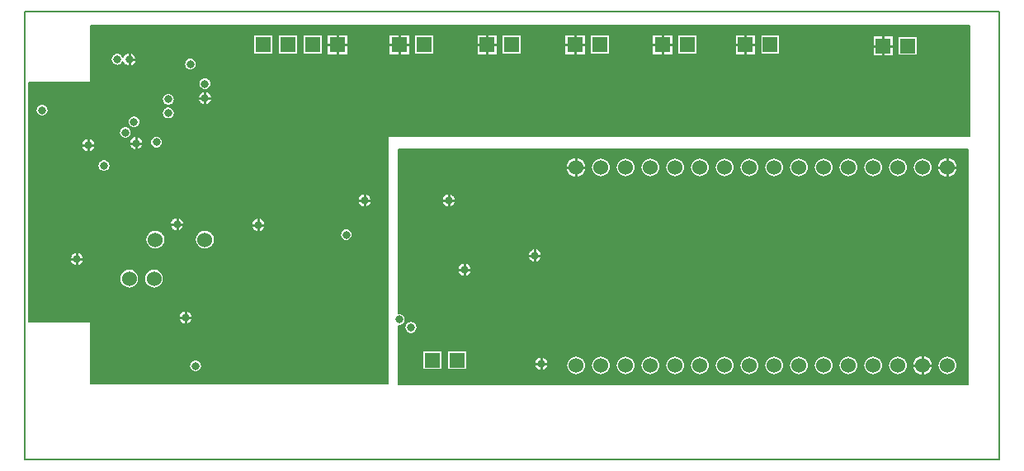
<source format=gbr>
%FSLAX23Y23*%
%MOIN*%
G04 EasyPC Gerber Version 12.0.1 Build 2704 *
%ADD101R,0.06000X0.06000*%
%ADD12C,0.00500*%
%ADD13C,0.01000*%
%ADD105C,0.03189*%
%ADD22C,0.03200*%
%ADD97C,0.06000*%
X0Y0D02*
D02*
D12*
X3Y3D02*
X3937D01*
Y1811*
X3*
Y3*
X268Y1756D02*
Y1524D01*
X18*
Y558*
X268*
Y308*
X1468*
Y1308*
X3818*
Y1756*
X268*
X46Y1413D02*
X47Y1422D01*
X52Y1430*
X59Y1436*
X67Y1439*
X76*
X84Y1436*
X91Y1430*
X95Y1422*
X97Y1413*
X95Y1405*
X91Y1397*
X84Y1391*
X76Y1388*
X67*
X59Y1391*
X52Y1397*
X47Y1405*
X46Y1413*
X184Y812D02*
X186Y820D01*
X190Y828*
X196Y835*
X204Y839*
X213Y840*
X222Y839*
X230Y835*
X236Y828*
X240Y820*
X241Y812*
X240Y803*
X236Y795*
X230Y789*
X222Y785*
X213Y783*
X204Y785*
X196Y789*
X190Y795*
X186Y803*
X184Y812*
X230Y1272D02*
X231Y1281D01*
X235Y1288*
X242Y1295*
X250Y1299*
X258Y1300*
X267Y1299*
X275Y1295*
X281Y1288*
X285Y1281*
X287Y1272*
X285Y1263*
X281Y1255*
X275Y1249*
X267Y1245*
X258Y1243*
X250Y1245*
X242Y1249*
X235Y1255*
X231Y1263*
X230Y1272*
X296Y1189D02*
X297Y1198D01*
X302Y1205*
X309Y1211*
X317Y1214*
X326*
X334Y1211*
X341Y1205*
X345Y1198*
X347Y1189*
X345Y1180*
X341Y1173*
X334Y1167*
X326Y1164*
X317*
X309Y1167*
X302Y1173*
X297Y1180*
X296Y1189*
X383Y1323D02*
X384Y1332D01*
X389Y1339*
X395Y1345*
X404Y1348*
X412*
X421Y1345*
X428Y1339*
X432Y1332*
X433Y1323*
X432Y1314*
X428Y1307*
X421Y1301*
X412Y1298*
X404*
X395Y1301*
X389Y1307*
X384Y1314*
X383Y1323*
X398Y1607D02*
X393Y1600D01*
X386Y1595*
X377Y1593*
X369Y1594*
X361Y1597*
X355Y1603*
X351Y1611*
X350Y1619*
X351Y1627*
X355Y1635*
X362Y1640*
X369Y1644*
X378Y1644*
X386Y1642*
X393Y1637*
X398Y1630*
X403Y1637*
X409Y1643*
X417Y1646*
X426Y1647*
X434Y1645*
X441Y1640*
X447Y1634*
X451Y1627*
X452Y1618*
X451Y1610*
X447Y1602*
X441Y1596*
X434Y1592*
X425Y1590*
X417Y1591*
X409Y1594*
X402Y1599*
X398Y1607*
X418Y1366D02*
X420Y1375D01*
X424Y1383*
X431Y1388*
X439Y1391*
X448*
X456Y1388*
X463Y1383*
X467Y1375*
X469Y1366*
X467Y1358*
X463Y1350*
X456Y1344*
X448Y1341*
X439*
X431Y1344*
X424Y1350*
X420Y1358*
X418Y1366*
X423Y1280D02*
X424Y1288D01*
X428Y1296*
X435Y1303*
X443Y1307*
X451Y1308*
X460Y1307*
X468Y1303*
X474Y1296*
X478Y1288*
X480Y1280*
X478Y1271*
X474Y1263*
X468Y1257*
X460Y1253*
X451Y1251*
X443Y1253*
X435Y1257*
X428Y1263*
X424Y1271*
X423Y1280*
X424Y772D02*
X434Y771D01*
X444Y767*
X452Y761*
X458Y753*
X462Y743*
X463Y733*
X462Y723*
X458Y713*
X452Y705*
X444Y699*
X434Y695*
X424Y693*
X414Y695*
X404Y699*
X396Y705*
X390Y713*
X386Y723*
X384Y733*
X386Y743*
X390Y753*
X396Y761*
X404Y767*
X414Y771*
X424Y772*
X509Y1284D02*
X510Y1292D01*
X515Y1300*
X521Y1306*
X530Y1309*
X538*
X547Y1306*
X553Y1300*
X558Y1292*
X559Y1284*
X558Y1275*
X553Y1267*
X547Y1262*
X538Y1258*
X530*
X521Y1262*
X515Y1267*
X510Y1275*
X509Y1284*
X524Y772D02*
X534Y771D01*
X544Y767*
X552Y761*
X558Y753*
X562Y743*
X563Y733*
X562Y723*
X558Y713*
X552Y705*
X544Y699*
X534Y695*
X524Y693*
X514Y695*
X504Y699*
X496Y705*
X490Y713*
X486Y723*
X484Y733*
X486Y743*
X490Y753*
X496Y761*
X504Y767*
X514Y771*
X524Y772*
X530Y851D02*
X519Y852D01*
X510Y856*
X502Y863*
X495Y871*
X492Y880*
X490Y890*
X492Y901*
X495Y910*
X502Y918*
X510Y925*
X519Y929*
X530Y930*
X540Y929*
X549Y925*
X558Y918*
X564Y910*
X568Y901*
X569Y890*
X568Y880*
X564Y871*
X558Y862*
X549Y856*
X540Y852*
X530Y851*
X556Y1402D02*
X557Y1410D01*
X562Y1418*
X569Y1424*
X577Y1427*
X586*
X594Y1424*
X601Y1418*
X605Y1410*
X607Y1402*
X605Y1393*
X601Y1385*
X594Y1380*
X586Y1377*
X577*
X569Y1380*
X562Y1385*
X557Y1393*
X556Y1402*
Y1457D02*
X557Y1465D01*
X562Y1473*
X569Y1479*
X577Y1482*
X586*
X594Y1479*
X601Y1473*
X605Y1465*
X607Y1457*
X605Y1448*
X601Y1440*
X594Y1435*
X586Y1432*
X577*
X569Y1435*
X562Y1440*
X557Y1448*
X556Y1457*
X588Y953D02*
X590Y962D01*
X594Y970*
X600Y976*
X608Y980*
X617Y981*
X625Y980*
X633Y976*
X640Y970*
X644Y962*
X645Y953*
X644Y944*
X640Y936*
X633Y930*
X625Y926*
X617Y924*
X608Y926*
X600Y930*
X594Y936*
X590Y944*
X588Y953*
X622Y575D02*
X624Y584D01*
X628Y592*
X634Y598*
X642Y603*
X651Y604*
X660Y603*
X668Y598*
X674Y592*
X678Y584*
X679Y575*
X678Y567*
X674Y559*
X668Y552*
X660Y548*
X651Y547*
X642Y548*
X634Y552*
X628Y559*
X624Y567*
X622Y575*
X645Y1599D02*
X647Y1608D01*
X651Y1615*
X658Y1621*
X666Y1624*
X675*
X683Y1621*
X690Y1615*
X695Y1608*
X696Y1599*
X695Y1590*
X690Y1583*
X683Y1577*
X675Y1574*
X666*
X658Y1577*
X651Y1583*
X647Y1590*
X645Y1599*
X666Y380D02*
X668Y389D01*
X672Y396*
X679Y402*
X687Y405*
X696*
X704Y402*
X711Y396*
X715Y389*
X717Y380*
X715Y371*
X711Y364*
X704Y358*
X696Y355*
X687*
X679Y358*
X672Y364*
X668Y371*
X666Y380*
X701Y1461D02*
X703Y1470D01*
X707Y1478*
X713Y1484*
X721Y1488*
X730Y1490*
X738Y1488*
X746Y1484*
X753Y1478*
X757Y1470*
X758Y1461*
X757Y1453*
X753Y1445*
X746Y1438*
X738Y1434*
X730Y1433*
X721Y1434*
X713Y1438*
X707Y1445*
X703Y1453*
X701Y1461*
X704Y1520D02*
X706Y1529D01*
X710Y1537*
X717Y1542*
X725Y1545*
X734*
X742Y1542*
X749Y1537*
X754Y1529*
X755Y1520*
X754Y1512*
X749Y1504*
X742Y1498*
X734Y1495*
X725*
X717Y1498*
X710Y1504*
X706Y1512*
X704Y1520*
X730Y851D02*
X719Y852D01*
X710Y856*
X702Y863*
X695Y871*
X692Y880*
X690Y890*
X692Y901*
X695Y910*
X702Y918*
X710Y925*
X719Y929*
X730Y930*
X740Y929*
X749Y925*
X758Y918*
X764Y910*
X768Y901*
X769Y890*
X768Y880*
X764Y871*
X758Y862*
X749Y856*
X740Y852*
X730Y851*
X918Y949D02*
X919Y958D01*
X923Y966*
X929Y972*
X937Y977*
X946Y978*
X955Y977*
X963Y972*
X969Y966*
X973Y958*
X975Y949*
X973Y941*
X969Y933*
X963Y926*
X955Y922*
X946Y921*
X937Y922*
X929Y926*
X923Y933*
X919Y941*
X918Y949*
X926Y1638D02*
Y1717D01*
X1005*
Y1638*
X926*
X1026D02*
Y1717D01*
X1105*
Y1638*
X1026*
X1126D02*
Y1717D01*
X1205*
Y1638*
X1126*
X1223Y1635D02*
Y1720D01*
X1308*
Y1635*
X1223*
X1275Y910D02*
X1277Y919D01*
X1281Y926*
X1288Y932*
X1296Y935*
X1305*
X1313Y932*
X1320Y926*
X1324Y919*
X1326Y910*
X1324Y901*
X1320Y894*
X1313Y888*
X1305Y885*
X1296*
X1288Y888*
X1281Y894*
X1277Y901*
X1275Y910*
X1346Y1048D02*
X1347Y1057D01*
X1351Y1065*
X1358Y1071*
X1366Y1075*
X1374Y1076*
X1383Y1075*
X1391Y1071*
X1397Y1065*
X1401Y1057*
X1403Y1048*
X1401Y1039*
X1397Y1031*
X1391Y1025*
X1383Y1021*
X1374Y1019*
X1366Y1021*
X1358Y1025*
X1351Y1031*
X1347Y1039*
X1346Y1048*
X1558Y1720D02*
Y1635D01*
X1473*
Y1720*
X1558*
X1655Y1717D02*
Y1638D01*
X1576*
Y1717*
X1655*
X1912Y1720D02*
Y1635D01*
X1827*
Y1720*
X1912*
X2009Y1717D02*
Y1638D01*
X1930*
Y1717*
X2009*
X2267Y1720D02*
Y1635D01*
X2182*
Y1720*
X2267*
X2364Y1717D02*
Y1638D01*
X2285*
Y1717*
X2364*
X2621Y1720D02*
Y1635D01*
X2536*
Y1720*
X2621*
X2718Y1717D02*
Y1638D01*
X2639*
Y1717*
X2718*
X2956Y1720D02*
Y1635D01*
X2871*
Y1720*
X2956*
X3053Y1717D02*
Y1638D01*
X2974*
Y1717*
X3053*
X3512Y1716D02*
Y1631D01*
X3427*
Y1716*
X3512*
X3609Y1713D02*
Y1634D01*
X3530*
Y1713*
X3609*
X268Y310D02*
X1468D01*
X268Y313D02*
X1468D01*
X268Y316D02*
X1468D01*
X268Y319D02*
X1468D01*
X268Y322D02*
X1468D01*
X268Y325D02*
X1468D01*
X268Y328D02*
X1468D01*
X268Y331D02*
X1468D01*
X268Y334D02*
X1468D01*
X268Y337D02*
X1468D01*
X268Y340D02*
X1468D01*
X268Y343D02*
X1468D01*
X268Y346D02*
X1468D01*
X268Y349D02*
X1468D01*
X268Y352D02*
X1468D01*
X268Y355D02*
X688D01*
X695D02*
X1468D01*
X268Y358D02*
X679D01*
X704D02*
X1468D01*
X268Y361D02*
X675D01*
X708D02*
X1468D01*
X268Y364D02*
X672D01*
X711D02*
X1468D01*
X268Y367D02*
X670D01*
X713D02*
X1468D01*
X268Y370D02*
X668D01*
X715D02*
X1468D01*
X268Y373D02*
X667D01*
X716D02*
X1468D01*
X268Y376D02*
X666D01*
X717D02*
X1468D01*
X268Y379D02*
X666D01*
X717D02*
X1468D01*
X268Y382D02*
X666D01*
X717D02*
X1468D01*
X268Y385D02*
X666D01*
X717D02*
X1468D01*
X268Y388D02*
X667D01*
X716D02*
X1468D01*
X268Y391D02*
X668D01*
X715D02*
X1468D01*
X268Y394D02*
X670D01*
X713D02*
X1468D01*
X268Y397D02*
X672D01*
X711D02*
X1468D01*
X268Y400D02*
X675D01*
X708D02*
X1468D01*
X268Y403D02*
X680D01*
X703D02*
X1468D01*
X268Y406D02*
X1468D01*
X268Y409D02*
X1468D01*
X268Y412D02*
X1468D01*
X268Y415D02*
X1468D01*
X268Y418D02*
X1468D01*
X268Y421D02*
X1468D01*
X268Y424D02*
X1468D01*
X268Y427D02*
X1468D01*
X268Y430D02*
X1468D01*
X268Y433D02*
X1468D01*
X268Y436D02*
X1468D01*
X268Y439D02*
X1468D01*
X268Y442D02*
X1468D01*
X268Y445D02*
X1468D01*
X268Y448D02*
X1468D01*
X268Y451D02*
X1468D01*
X268Y454D02*
X1468D01*
X268Y457D02*
X1468D01*
X268Y460D02*
X1468D01*
X268Y463D02*
X1468D01*
X268Y466D02*
X1468D01*
X268Y469D02*
X1468D01*
X268Y472D02*
X1468D01*
X268Y475D02*
X1468D01*
X268Y478D02*
X1468D01*
X268Y481D02*
X1468D01*
X268Y484D02*
X1468D01*
X268Y487D02*
X1468D01*
X268Y490D02*
X1468D01*
X268Y493D02*
X1468D01*
X268Y496D02*
X1468D01*
X268Y499D02*
X1468D01*
X268Y502D02*
X1468D01*
X268Y505D02*
X1468D01*
X268Y508D02*
X1468D01*
X268Y511D02*
X1468D01*
X268Y514D02*
X1468D01*
X268Y517D02*
X1468D01*
X268Y520D02*
X1468D01*
X268Y523D02*
X1468D01*
X268Y526D02*
X1468D01*
X268Y529D02*
X1468D01*
X268Y532D02*
X1468D01*
X268Y535D02*
X1468D01*
X268Y538D02*
X1468D01*
X268Y541D02*
X1468D01*
X268Y544D02*
X1468D01*
X268Y547D02*
X1468D01*
X268Y550D02*
X639D01*
X663D02*
X1468D01*
X268Y553D02*
X634D01*
X668D02*
X1468D01*
X268Y556D02*
X630D01*
X671D02*
X1468D01*
X18Y559D02*
X628D01*
X674D02*
X1468D01*
X18Y562D02*
X626D01*
X676D02*
X1468D01*
X18Y565D02*
X625D01*
X677D02*
X1468D01*
X18Y568D02*
X624D01*
X678D02*
X1468D01*
X18Y571D02*
X623D01*
X679D02*
X1468D01*
X18Y574D02*
X623D01*
X679D02*
X1468D01*
X18Y577D02*
X623D01*
X679D02*
X1468D01*
X18Y580D02*
X623D01*
X679D02*
X1468D01*
X18Y583D02*
X623D01*
X678D02*
X1468D01*
X18Y586D02*
X624D01*
X677D02*
X1468D01*
X18Y589D02*
X626D01*
X676D02*
X1468D01*
X18Y592D02*
X628D01*
X674D02*
X1468D01*
X18Y595D02*
X630D01*
X672D02*
X1468D01*
X18Y598D02*
X633D01*
X669D02*
X1468D01*
X18Y601D02*
X638D01*
X664D02*
X1468D01*
X18Y604D02*
X647D01*
X654D02*
X1468D01*
X18Y607D02*
X1468D01*
X18Y610D02*
X1468D01*
X18Y613D02*
X1468D01*
X18Y616D02*
X1468D01*
X18Y619D02*
X1468D01*
X18Y622D02*
X1468D01*
X18Y625D02*
X1468D01*
X18Y628D02*
X1468D01*
X18Y631D02*
X1468D01*
X18Y634D02*
X1468D01*
X18Y637D02*
X1468D01*
X18Y640D02*
X1468D01*
X18Y643D02*
X1468D01*
X18Y646D02*
X1468D01*
X18Y649D02*
X1468D01*
X18Y652D02*
X1468D01*
X18Y655D02*
X1468D01*
X18Y658D02*
X1468D01*
X18Y661D02*
X1468D01*
X18Y664D02*
X1468D01*
X18Y667D02*
X1468D01*
X18Y670D02*
X1468D01*
X18Y673D02*
X1468D01*
X18Y676D02*
X1468D01*
X18Y679D02*
X1468D01*
X18Y682D02*
X1468D01*
X18Y685D02*
X1468D01*
X18Y688D02*
X1468D01*
X18Y691D02*
X1468D01*
X18Y694D02*
X419D01*
X428D02*
X519D01*
X528D02*
X1468D01*
X18Y697D02*
X408D01*
X439D02*
X508D01*
X539D02*
X1468D01*
X18Y700D02*
X402D01*
X445D02*
X502D01*
X545D02*
X1468D01*
X18Y703D02*
X398D01*
X449D02*
X498D01*
X549D02*
X1468D01*
X18Y706D02*
X395D01*
X452D02*
X495D01*
X552D02*
X1468D01*
X18Y709D02*
X393D01*
X455D02*
X493D01*
X555D02*
X1468D01*
X18Y712D02*
X390D01*
X457D02*
X490D01*
X557D02*
X1468D01*
X18Y715D02*
X389D01*
X459D02*
X489D01*
X559D02*
X1468D01*
X18Y718D02*
X387D01*
X460D02*
X487D01*
X560D02*
X1468D01*
X18Y721D02*
X386D01*
X461D02*
X486D01*
X561D02*
X1468D01*
X18Y724D02*
X385D01*
X462D02*
X485D01*
X562D02*
X1468D01*
X18Y727D02*
X385D01*
X463D02*
X485D01*
X563D02*
X1468D01*
X18Y730D02*
X384D01*
X463D02*
X484D01*
X563D02*
X1468D01*
X18Y733D02*
X384D01*
X463D02*
X484D01*
X563D02*
X1468D01*
X18Y736D02*
X384D01*
X463D02*
X484D01*
X563D02*
X1468D01*
X18Y739D02*
X385D01*
X463D02*
X485D01*
X563D02*
X1468D01*
X18Y742D02*
X385D01*
X462D02*
X485D01*
X562D02*
X1468D01*
X18Y745D02*
X386D01*
X461D02*
X486D01*
X561D02*
X1468D01*
X18Y748D02*
X387D01*
X460D02*
X487D01*
X560D02*
X1468D01*
X18Y751D02*
X388D01*
X459D02*
X488D01*
X559D02*
X1468D01*
X18Y754D02*
X390D01*
X457D02*
X490D01*
X557D02*
X1468D01*
X18Y757D02*
X392D01*
X455D02*
X492D01*
X555D02*
X1468D01*
X18Y760D02*
X395D01*
X453D02*
X495D01*
X553D02*
X1468D01*
X18Y763D02*
X398D01*
X450D02*
X498D01*
X550D02*
X1468D01*
X18Y766D02*
X402D01*
X446D02*
X502D01*
X546D02*
X1468D01*
X18Y769D02*
X407D01*
X441D02*
X507D01*
X541D02*
X1468D01*
X18Y772D02*
X416D01*
X431D02*
X516D01*
X531D02*
X1468D01*
X18Y775D02*
X1468D01*
X18Y778D02*
X1468D01*
X18Y781D02*
X1468D01*
X18Y784D02*
X208D01*
X218D02*
X1468D01*
X18Y787D02*
X199D01*
X227D02*
X1468D01*
X18Y790D02*
X195D01*
X231D02*
X1468D01*
X18Y793D02*
X192D01*
X234D02*
X1468D01*
X18Y796D02*
X189D01*
X236D02*
X1468D01*
X18Y799D02*
X188D01*
X238D02*
X1468D01*
X18Y802D02*
X186D01*
X240D02*
X1468D01*
X18Y805D02*
X185D01*
X241D02*
X1468D01*
X18Y808D02*
X185D01*
X241D02*
X1468D01*
X18Y811D02*
X185D01*
X241D02*
X1468D01*
X18Y814D02*
X185D01*
X241D02*
X1468D01*
X18Y817D02*
X185D01*
X241D02*
X1468D01*
X18Y820D02*
X186D01*
X240D02*
X1468D01*
X18Y823D02*
X187D01*
X239D02*
X1468D01*
X18Y826D02*
X188D01*
X238D02*
X1468D01*
X18Y829D02*
X190D01*
X236D02*
X1468D01*
X18Y832D02*
X193D01*
X233D02*
X1468D01*
X18Y835D02*
X196D01*
X230D02*
X1468D01*
X18Y838D02*
X201D01*
X224D02*
X1468D01*
X18Y841D02*
X1468D01*
X18Y844D02*
X1468D01*
X18Y847D02*
X1468D01*
X18Y850D02*
X1468D01*
X18Y853D02*
X518D01*
X541D02*
X718D01*
X741D02*
X1468D01*
X18Y856D02*
X511D01*
X548D02*
X711D01*
X748D02*
X1468D01*
X18Y859D02*
X506D01*
X553D02*
X706D01*
X753D02*
X1468D01*
X18Y862D02*
X503D01*
X557D02*
X703D01*
X757D02*
X1468D01*
X18Y865D02*
X500D01*
X560D02*
X700D01*
X760D02*
X1468D01*
X18Y868D02*
X497D01*
X562D02*
X697D01*
X762D02*
X1468D01*
X18Y871D02*
X495D01*
X564D02*
X695D01*
X764D02*
X1468D01*
X18Y874D02*
X494D01*
X565D02*
X694D01*
X765D02*
X1468D01*
X18Y877D02*
X493D01*
X567D02*
X693D01*
X767D02*
X1468D01*
X18Y880D02*
X492D01*
X568D02*
X692D01*
X768D02*
X1468D01*
X18Y883D02*
X491D01*
X568D02*
X691D01*
X768D02*
X1468D01*
X18Y886D02*
X490D01*
X569D02*
X690D01*
X769D02*
X1293D01*
X1308D02*
X1468D01*
X18Y889D02*
X490D01*
X569D02*
X690D01*
X769D02*
X1287D01*
X1314D02*
X1468D01*
X18Y892D02*
X490D01*
X569D02*
X690D01*
X769D02*
X1283D01*
X1318D02*
X1468D01*
X18Y895D02*
X490D01*
X569D02*
X690D01*
X769D02*
X1280D01*
X1321D02*
X1468D01*
X18Y898D02*
X491D01*
X568D02*
X691D01*
X768D02*
X1278D01*
X1323D02*
X1468D01*
X18Y901D02*
X492D01*
X568D02*
X692D01*
X768D02*
X1277D01*
X1324D02*
X1468D01*
X18Y904D02*
X492D01*
X567D02*
X692D01*
X767D02*
X1276D01*
X1325D02*
X1468D01*
X18Y907D02*
X494D01*
X566D02*
X694D01*
X766D02*
X1275D01*
X1326D02*
X1468D01*
X18Y910D02*
X495D01*
X564D02*
X695D01*
X764D02*
X1275D01*
X1326D02*
X1468D01*
X18Y913D02*
X497D01*
X562D02*
X697D01*
X762D02*
X1275D01*
X1326D02*
X1468D01*
X18Y916D02*
X499D01*
X560D02*
X699D01*
X760D02*
X1276D01*
X1325D02*
X1468D01*
X18Y919D02*
X502D01*
X557D02*
X702D01*
X757D02*
X1277D01*
X1324D02*
X1468D01*
X18Y922D02*
X506D01*
X554D02*
X706D01*
X754D02*
X940D01*
X952D02*
X1278D01*
X1323D02*
X1468D01*
X18Y925D02*
X510D01*
X549D02*
X612D01*
X621D02*
X710D01*
X749D02*
X932D01*
X960D02*
X1280D01*
X1321D02*
X1468D01*
X18Y928D02*
X517D01*
X543D02*
X603D01*
X630D02*
X717D01*
X743D02*
X928D01*
X964D02*
X1282D01*
X1319D02*
X1468D01*
X18Y931D02*
X599D01*
X635D02*
X925D01*
X968D02*
X1286D01*
X1315D02*
X1468D01*
X18Y934D02*
X596D01*
X638D02*
X923D01*
X970D02*
X1291D01*
X1310D02*
X1468D01*
X18Y937D02*
X593D01*
X640D02*
X921D01*
X972D02*
X1468D01*
X18Y940D02*
X591D01*
X642D02*
X919D01*
X973D02*
X1468D01*
X18Y943D02*
X590D01*
X643D02*
X919D01*
X974D02*
X1468D01*
X18Y946D02*
X589D01*
X644D02*
X918D01*
X974D02*
X1468D01*
X18Y949D02*
X589D01*
X645D02*
X918D01*
X975D02*
X1468D01*
X18Y952D02*
X588D01*
X645D02*
X918D01*
X975D02*
X1468D01*
X18Y955D02*
X588D01*
X645D02*
X918D01*
X974D02*
X1468D01*
X18Y958D02*
X589D01*
X645D02*
X919D01*
X973D02*
X1468D01*
X18Y961D02*
X589D01*
X644D02*
X920D01*
X972D02*
X1468D01*
X18Y964D02*
X590D01*
X643D02*
X922D01*
X971D02*
X1468D01*
X18Y967D02*
X592D01*
X642D02*
X924D01*
X969D02*
X1468D01*
X18Y970D02*
X594D01*
X640D02*
X926D01*
X966D02*
X1468D01*
X18Y973D02*
X596D01*
X637D02*
X930D01*
X963D02*
X1468D01*
X18Y976D02*
X600D01*
X634D02*
X935D01*
X957D02*
X1468D01*
X18Y979D02*
X605D01*
X628D02*
X1468D01*
X18Y982D02*
X1468D01*
X18Y985D02*
X1468D01*
X18Y988D02*
X1468D01*
X18Y991D02*
X1468D01*
X18Y994D02*
X1468D01*
X18Y997D02*
X1468D01*
X18Y1000D02*
X1468D01*
X18Y1003D02*
X1468D01*
X18Y1006D02*
X1468D01*
X18Y1009D02*
X1468D01*
X18Y1012D02*
X1468D01*
X18Y1015D02*
X1468D01*
X18Y1018D02*
X1468D01*
X18Y1021D02*
X1366D01*
X1383D02*
X1468D01*
X18Y1024D02*
X1359D01*
X1389D02*
X1468D01*
X18Y1027D02*
X1355D01*
X1393D02*
X1468D01*
X18Y1030D02*
X1352D01*
X1396D02*
X1468D01*
X18Y1033D02*
X1350D01*
X1398D02*
X1468D01*
X18Y1036D02*
X1349D01*
X1400D02*
X1468D01*
X18Y1039D02*
X1347D01*
X1401D02*
X1468D01*
X18Y1042D02*
X1347D01*
X1402D02*
X1468D01*
X18Y1045D02*
X1346D01*
X1403D02*
X1468D01*
X18Y1048D02*
X1346D01*
X1403D02*
X1468D01*
X18Y1051D02*
X1346D01*
X1403D02*
X1468D01*
X18Y1054D02*
X1347D01*
X1402D02*
X1468D01*
X18Y1057D02*
X1347D01*
X1401D02*
X1468D01*
X18Y1060D02*
X1348D01*
X1400D02*
X1468D01*
X18Y1063D02*
X1350D01*
X1399D02*
X1468D01*
X18Y1066D02*
X1352D01*
X1397D02*
X1468D01*
X18Y1069D02*
X1355D01*
X1394D02*
X1468D01*
X18Y1072D02*
X1359D01*
X1390D02*
X1468D01*
X18Y1075D02*
X1365D01*
X1384D02*
X1468D01*
X18Y1078D02*
X1468D01*
X18Y1081D02*
X1468D01*
X18Y1084D02*
X1468D01*
X18Y1087D02*
X1468D01*
X18Y1090D02*
X1468D01*
X18Y1093D02*
X1468D01*
X18Y1096D02*
X1468D01*
X18Y1099D02*
X1468D01*
X18Y1102D02*
X1468D01*
X18Y1105D02*
X1468D01*
X18Y1108D02*
X1468D01*
X18Y1111D02*
X1468D01*
X18Y1114D02*
X1468D01*
X18Y1117D02*
X1468D01*
X18Y1120D02*
X1468D01*
X18Y1123D02*
X1468D01*
X18Y1126D02*
X1468D01*
X18Y1129D02*
X1468D01*
X18Y1132D02*
X1468D01*
X18Y1135D02*
X1468D01*
X18Y1138D02*
X1468D01*
X18Y1141D02*
X1468D01*
X18Y1144D02*
X1468D01*
X18Y1147D02*
X1468D01*
X18Y1150D02*
X1468D01*
X18Y1153D02*
X1468D01*
X18Y1156D02*
X1468D01*
X18Y1159D02*
X1468D01*
X18Y1162D02*
X1468D01*
X18Y1165D02*
X314D01*
X329D02*
X1468D01*
X18Y1168D02*
X308D01*
X335D02*
X1468D01*
X18Y1171D02*
X304D01*
X339D02*
X1468D01*
X18Y1174D02*
X301D01*
X342D02*
X1468D01*
X18Y1177D02*
X299D01*
X344D02*
X1468D01*
X18Y1180D02*
X298D01*
X345D02*
X1468D01*
X18Y1183D02*
X297D01*
X346D02*
X1468D01*
X18Y1186D02*
X296D01*
X347D02*
X1468D01*
X18Y1189D02*
X296D01*
X347D02*
X1468D01*
X18Y1192D02*
X296D01*
X347D02*
X1468D01*
X18Y1195D02*
X297D01*
X346D02*
X1468D01*
X18Y1198D02*
X297D01*
X345D02*
X1468D01*
X18Y1201D02*
X299D01*
X344D02*
X1468D01*
X18Y1204D02*
X301D01*
X342D02*
X1468D01*
X18Y1207D02*
X303D01*
X340D02*
X1468D01*
X18Y1210D02*
X307D01*
X336D02*
X1468D01*
X18Y1213D02*
X312D01*
X331D02*
X1468D01*
X18Y1216D02*
X1468D01*
X18Y1219D02*
X1468D01*
X18Y1222D02*
X1468D01*
X18Y1225D02*
X1468D01*
X18Y1228D02*
X1468D01*
X18Y1231D02*
X1468D01*
X18Y1234D02*
X1468D01*
X18Y1237D02*
X1468D01*
X18Y1240D02*
X1468D01*
X18Y1243D02*
X1468D01*
X18Y1246D02*
X247D01*
X270D02*
X1468D01*
X18Y1249D02*
X242D01*
X275D02*
X1468D01*
X18Y1252D02*
X238D01*
X279D02*
X446D01*
X457D02*
X1468D01*
X18Y1255D02*
X236D01*
X281D02*
X438D01*
X465D02*
X1468D01*
X18Y1258D02*
X234D01*
X283D02*
X433D01*
X469D02*
X1468D01*
X18Y1261D02*
X232D01*
X285D02*
X430D01*
X473D02*
X523D01*
X545D02*
X1468D01*
X18Y1264D02*
X231D01*
X286D02*
X428D01*
X475D02*
X518D01*
X550D02*
X1468D01*
X18Y1267D02*
X230D01*
X286D02*
X426D01*
X477D02*
X515D01*
X553D02*
X1468D01*
X18Y1270D02*
X230D01*
X287D02*
X425D01*
X478D02*
X513D01*
X555D02*
X1468D01*
X18Y1273D02*
X230D01*
X287D02*
X424D01*
X479D02*
X511D01*
X557D02*
X1468D01*
X18Y1276D02*
X230D01*
X287D02*
X423D01*
X479D02*
X510D01*
X558D02*
X1468D01*
X18Y1279D02*
X231D01*
X286D02*
X423D01*
X480D02*
X509D01*
X559D02*
X1468D01*
X18Y1282D02*
X232D01*
X285D02*
X423D01*
X480D02*
X509D01*
X559D02*
X1468D01*
X18Y1285D02*
X233D01*
X284D02*
X423D01*
X479D02*
X509D01*
X559D02*
X1468D01*
X18Y1288D02*
X235D01*
X282D02*
X424D01*
X479D02*
X509D01*
X559D02*
X1468D01*
X18Y1291D02*
X237D01*
X280D02*
X425D01*
X478D02*
X510D01*
X558D02*
X1468D01*
X18Y1294D02*
X240D01*
X276D02*
X427D01*
X476D02*
X511D01*
X557D02*
X1468D01*
X18Y1297D02*
X245D01*
X272D02*
X429D01*
X474D02*
X512D01*
X556D02*
X1468D01*
X18Y1300D02*
X253D01*
X264D02*
X398D01*
X418D02*
X431D01*
X471D02*
X514D01*
X554D02*
X1468D01*
X18Y1303D02*
X393D01*
X423D02*
X435D01*
X468D02*
X517D01*
X551D02*
X1468D01*
X18Y1306D02*
X389D01*
X427D02*
X440D01*
X463D02*
X522D01*
X546D02*
X1468D01*
X18Y1309D02*
X387D01*
X429D02*
X530D01*
X538D02*
X3818D01*
X18Y1312D02*
X385D01*
X431D02*
X3818D01*
X18Y1315D02*
X384D01*
X432D02*
X3818D01*
X18Y1318D02*
X383D01*
X433D02*
X3818D01*
X18Y1321D02*
X383D01*
X433D02*
X3818D01*
X18Y1324D02*
X383D01*
X433D02*
X3818D01*
X18Y1327D02*
X383D01*
X433D02*
X3818D01*
X18Y1330D02*
X383D01*
X433D02*
X3818D01*
X18Y1333D02*
X385D01*
X431D02*
X3818D01*
X18Y1336D02*
X386D01*
X430D02*
X3818D01*
X18Y1339D02*
X388D01*
X428D02*
X3818D01*
X18Y1342D02*
X391D01*
X425D02*
X437D01*
X450D02*
X3818D01*
X18Y1345D02*
X395D01*
X421D02*
X430D01*
X457D02*
X3818D01*
X18Y1348D02*
X402D01*
X414D02*
X426D01*
X461D02*
X3818D01*
X18Y1351D02*
X423D01*
X464D02*
X3818D01*
X18Y1354D02*
X421D01*
X466D02*
X3818D01*
X18Y1357D02*
X420D01*
X467D02*
X3818D01*
X18Y1360D02*
X419D01*
X468D02*
X3818D01*
X18Y1363D02*
X418D01*
X469D02*
X3818D01*
X18Y1366D02*
X418D01*
X469D02*
X3818D01*
X18Y1369D02*
X418D01*
X469D02*
X3818D01*
X18Y1372D02*
X419D01*
X468D02*
X3818D01*
X18Y1375D02*
X419D01*
X467D02*
X3818D01*
X18Y1378D02*
X421D01*
X466D02*
X573D01*
X590D02*
X3818D01*
X18Y1381D02*
X423D01*
X464D02*
X567D01*
X596D02*
X3818D01*
X18Y1384D02*
X425D01*
X462D02*
X563D01*
X599D02*
X3818D01*
X18Y1387D02*
X428D01*
X459D02*
X561D01*
X602D02*
X3818D01*
X18Y1390D02*
X62D01*
X81D02*
X434D01*
X453D02*
X559D01*
X604D02*
X3818D01*
X18Y1393D02*
X57D01*
X86D02*
X557D01*
X605D02*
X3818D01*
X18Y1396D02*
X53D01*
X90D02*
X556D01*
X606D02*
X3818D01*
X18Y1399D02*
X51D01*
X92D02*
X556D01*
X607D02*
X3818D01*
X18Y1402D02*
X49D01*
X94D02*
X556D01*
X607D02*
X3818D01*
X18Y1405D02*
X47D01*
X95D02*
X556D01*
X607D02*
X3818D01*
X18Y1408D02*
X47D01*
X96D02*
X557D01*
X606D02*
X3818D01*
X18Y1411D02*
X46D01*
X97D02*
X557D01*
X605D02*
X3818D01*
X18Y1414D02*
X46D01*
X97D02*
X559D01*
X604D02*
X3818D01*
X18Y1417D02*
X46D01*
X97D02*
X561D01*
X602D02*
X3818D01*
X18Y1420D02*
X47D01*
X96D02*
X563D01*
X599D02*
X3818D01*
X18Y1423D02*
X48D01*
X95D02*
X567D01*
X596D02*
X3818D01*
X18Y1426D02*
X49D01*
X94D02*
X573D01*
X590D02*
X3818D01*
X18Y1429D02*
X51D01*
X92D02*
X3818D01*
X18Y1432D02*
X54D01*
X89D02*
X577D01*
X586D02*
X3818D01*
X18Y1435D02*
X57D01*
X86D02*
X569D01*
X594D02*
X720D01*
X740D02*
X3818D01*
X18Y1438D02*
X63D01*
X79D02*
X564D01*
X598D02*
X714D01*
X746D02*
X3818D01*
X18Y1441D02*
X562D01*
X601D02*
X710D01*
X749D02*
X3818D01*
X18Y1444D02*
X559D01*
X603D02*
X707D01*
X752D02*
X3818D01*
X18Y1447D02*
X558D01*
X605D02*
X705D01*
X754D02*
X3818D01*
X18Y1450D02*
X557D01*
X606D02*
X704D01*
X756D02*
X3818D01*
X18Y1453D02*
X556D01*
X606D02*
X703D01*
X757D02*
X3818D01*
X18Y1456D02*
X556D01*
X607D02*
X702D01*
X758D02*
X3818D01*
X18Y1459D02*
X556D01*
X607D02*
X701D01*
X758D02*
X3818D01*
X18Y1462D02*
X556D01*
X606D02*
X701D01*
X758D02*
X3818D01*
X18Y1465D02*
X557D01*
X605D02*
X701D01*
X758D02*
X3818D01*
X18Y1468D02*
X558D01*
X604D02*
X702D01*
X757D02*
X3818D01*
X18Y1471D02*
X560D01*
X603D02*
X703D01*
X757D02*
X3818D01*
X18Y1474D02*
X562D01*
X600D02*
X704D01*
X755D02*
X3818D01*
X18Y1477D02*
X565D01*
X597D02*
X706D01*
X754D02*
X3818D01*
X18Y1480D02*
X570D01*
X592D02*
X708D01*
X751D02*
X3818D01*
X18Y1483D02*
X711D01*
X748D02*
X3818D01*
X18Y1486D02*
X715D01*
X744D02*
X3818D01*
X18Y1489D02*
X722D01*
X737D02*
X3818D01*
X18Y1492D02*
X3818D01*
X18Y1495D02*
X3818D01*
X18Y1498D02*
X718D01*
X741D02*
X3818D01*
X18Y1501D02*
X713D01*
X746D02*
X3818D01*
X18Y1504D02*
X710D01*
X749D02*
X3818D01*
X18Y1507D02*
X708D01*
X751D02*
X3818D01*
X18Y1510D02*
X707D01*
X753D02*
X3818D01*
X18Y1513D02*
X705D01*
X754D02*
X3818D01*
X18Y1516D02*
X705D01*
X755D02*
X3818D01*
X18Y1519D02*
X704D01*
X755D02*
X3818D01*
X18Y1522D02*
X704D01*
X755D02*
X3818D01*
X268Y1525D02*
X705D01*
X755D02*
X3818D01*
X268Y1528D02*
X705D01*
X754D02*
X3818D01*
X268Y1531D02*
X706D01*
X753D02*
X3818D01*
X268Y1534D02*
X708D01*
X751D02*
X3818D01*
X268Y1537D02*
X710D01*
X749D02*
X3818D01*
X268Y1540D02*
X713D01*
X746D02*
X3818D01*
X268Y1543D02*
X718D01*
X742D02*
X3818D01*
X268Y1546D02*
X728D01*
X732D02*
X3818D01*
X268Y1549D02*
X3818D01*
X268Y1552D02*
X3818D01*
X268Y1555D02*
X3818D01*
X268Y1558D02*
X3818D01*
X268Y1561D02*
X3818D01*
X268Y1564D02*
X3818D01*
X268Y1567D02*
X3818D01*
X268Y1570D02*
X3818D01*
X268Y1573D02*
X3818D01*
X268Y1576D02*
X661D01*
X681D02*
X3818D01*
X268Y1579D02*
X655D01*
X686D02*
X3818D01*
X268Y1582D02*
X652D01*
X689D02*
X3818D01*
X268Y1585D02*
X650D01*
X692D02*
X3818D01*
X268Y1588D02*
X648D01*
X693D02*
X3818D01*
X268Y1591D02*
X416D01*
X431D02*
X647D01*
X695D02*
X3818D01*
X268Y1594D02*
X371D01*
X380D02*
X409D01*
X438D02*
X646D01*
X695D02*
X3818D01*
X268Y1597D02*
X363D01*
X388D02*
X405D01*
X442D02*
X645D01*
X696D02*
X3818D01*
X268Y1600D02*
X358D01*
X392D02*
X402D01*
X445D02*
X645D01*
X696D02*
X3818D01*
X268Y1603D02*
X356D01*
X395D02*
X400D01*
X448D02*
X645D01*
X696D02*
X3818D01*
X268Y1606D02*
X353D01*
X397D02*
X398D01*
X449D02*
X646D01*
X695D02*
X3818D01*
X268Y1609D02*
X352D01*
X451D02*
X647D01*
X694D02*
X3818D01*
X268Y1612D02*
X351D01*
X451D02*
X649D01*
X693D02*
X3818D01*
X268Y1615D02*
X350D01*
X452D02*
X651D01*
X691D02*
X3818D01*
X268Y1618D02*
X350D01*
X452D02*
X653D01*
X688D02*
X3818D01*
X268Y1621D02*
X350D01*
X452D02*
X657D01*
X684D02*
X3818D01*
X268Y1624D02*
X350D01*
X452D02*
X664D01*
X677D02*
X3818D01*
X268Y1627D02*
X351D01*
X451D02*
X3818D01*
X268Y1630D02*
X352D01*
X450D02*
X3818D01*
X268Y1633D02*
X354D01*
X397D02*
X399D01*
X448D02*
X3427D01*
X3512D02*
X3818D01*
X268Y1636D02*
X356D01*
X394D02*
X401D01*
X446D02*
X1223D01*
X1308D02*
X1473D01*
X1558D02*
X1827D01*
X1912D02*
X2182D01*
X2267D02*
X2536D01*
X2621D02*
X2871D01*
X2956D02*
X3427D01*
X3512D02*
X3530D01*
X3609D02*
X3818D01*
X268Y1639D02*
X360D01*
X391D02*
X404D01*
X443D02*
X926D01*
X1005D02*
X1026D01*
X1105D02*
X1126D01*
X1205D02*
X1223D01*
X1308D02*
X1473D01*
X1558D02*
X1576D01*
X1655D02*
X1827D01*
X1912D02*
X1930D01*
X2009D02*
X2182D01*
X2267D02*
X2285D01*
X2364D02*
X2536D01*
X2621D02*
X2639D01*
X2718D02*
X2871D01*
X2956D02*
X2974D01*
X3053D02*
X3427D01*
X3512D02*
X3530D01*
X3609D02*
X3818D01*
X268Y1642D02*
X364D01*
X386D02*
X408D01*
X440D02*
X926D01*
X1005D02*
X1026D01*
X1105D02*
X1126D01*
X1205D02*
X1223D01*
X1308D02*
X1473D01*
X1558D02*
X1576D01*
X1655D02*
X1827D01*
X1912D02*
X1930D01*
X2009D02*
X2182D01*
X2267D02*
X2285D01*
X2364D02*
X2536D01*
X2621D02*
X2639D01*
X2718D02*
X2871D01*
X2956D02*
X2974D01*
X3053D02*
X3427D01*
X3512D02*
X3530D01*
X3609D02*
X3818D01*
X268Y1645D02*
X413D01*
X434D02*
X926D01*
X1005D02*
X1026D01*
X1105D02*
X1126D01*
X1205D02*
X1223D01*
X1308D02*
X1473D01*
X1558D02*
X1576D01*
X1655D02*
X1827D01*
X1912D02*
X1930D01*
X2009D02*
X2182D01*
X2267D02*
X2285D01*
X2364D02*
X2536D01*
X2621D02*
X2639D01*
X2718D02*
X2871D01*
X2956D02*
X2974D01*
X3053D02*
X3427D01*
X3512D02*
X3530D01*
X3609D02*
X3818D01*
X268Y1648D02*
X926D01*
X1005D02*
X1026D01*
X1105D02*
X1126D01*
X1205D02*
X1223D01*
X1308D02*
X1473D01*
X1558D02*
X1576D01*
X1655D02*
X1827D01*
X1912D02*
X1930D01*
X2009D02*
X2182D01*
X2267D02*
X2285D01*
X2364D02*
X2536D01*
X2621D02*
X2639D01*
X2718D02*
X2871D01*
X2956D02*
X2974D01*
X3053D02*
X3427D01*
X3512D02*
X3530D01*
X3609D02*
X3818D01*
X268Y1651D02*
X926D01*
X1005D02*
X1026D01*
X1105D02*
X1126D01*
X1205D02*
X1223D01*
X1308D02*
X1473D01*
X1558D02*
X1576D01*
X1655D02*
X1827D01*
X1912D02*
X1930D01*
X2009D02*
X2182D01*
X2267D02*
X2285D01*
X2364D02*
X2536D01*
X2621D02*
X2639D01*
X2718D02*
X2871D01*
X2956D02*
X2974D01*
X3053D02*
X3427D01*
X3512D02*
X3530D01*
X3609D02*
X3818D01*
X268Y1654D02*
X926D01*
X1005D02*
X1026D01*
X1105D02*
X1126D01*
X1205D02*
X1223D01*
X1308D02*
X1473D01*
X1558D02*
X1576D01*
X1655D02*
X1827D01*
X1912D02*
X1930D01*
X2009D02*
X2182D01*
X2267D02*
X2285D01*
X2364D02*
X2536D01*
X2621D02*
X2639D01*
X2718D02*
X2871D01*
X2956D02*
X2974D01*
X3053D02*
X3427D01*
X3512D02*
X3530D01*
X3609D02*
X3818D01*
X268Y1657D02*
X926D01*
X1005D02*
X1026D01*
X1105D02*
X1126D01*
X1205D02*
X1223D01*
X1308D02*
X1473D01*
X1558D02*
X1576D01*
X1655D02*
X1827D01*
X1912D02*
X1930D01*
X2009D02*
X2182D01*
X2267D02*
X2285D01*
X2364D02*
X2536D01*
X2621D02*
X2639D01*
X2718D02*
X2871D01*
X2956D02*
X2974D01*
X3053D02*
X3427D01*
X3512D02*
X3530D01*
X3609D02*
X3818D01*
X268Y1660D02*
X926D01*
X1005D02*
X1026D01*
X1105D02*
X1126D01*
X1205D02*
X1223D01*
X1308D02*
X1473D01*
X1558D02*
X1576D01*
X1655D02*
X1827D01*
X1912D02*
X1930D01*
X2009D02*
X2182D01*
X2267D02*
X2285D01*
X2364D02*
X2536D01*
X2621D02*
X2639D01*
X2718D02*
X2871D01*
X2956D02*
X2974D01*
X3053D02*
X3427D01*
X3512D02*
X3530D01*
X3609D02*
X3818D01*
X268Y1663D02*
X926D01*
X1005D02*
X1026D01*
X1105D02*
X1126D01*
X1205D02*
X1223D01*
X1308D02*
X1473D01*
X1558D02*
X1576D01*
X1655D02*
X1827D01*
X1912D02*
X1930D01*
X2009D02*
X2182D01*
X2267D02*
X2285D01*
X2364D02*
X2536D01*
X2621D02*
X2639D01*
X2718D02*
X2871D01*
X2956D02*
X2974D01*
X3053D02*
X3427D01*
X3512D02*
X3530D01*
X3609D02*
X3818D01*
X268Y1666D02*
X926D01*
X1005D02*
X1026D01*
X1105D02*
X1126D01*
X1205D02*
X1223D01*
X1308D02*
X1473D01*
X1558D02*
X1576D01*
X1655D02*
X1827D01*
X1912D02*
X1930D01*
X2009D02*
X2182D01*
X2267D02*
X2285D01*
X2364D02*
X2536D01*
X2621D02*
X2639D01*
X2718D02*
X2871D01*
X2956D02*
X2974D01*
X3053D02*
X3427D01*
X3512D02*
X3530D01*
X3609D02*
X3818D01*
X268Y1669D02*
X926D01*
X1005D02*
X1026D01*
X1105D02*
X1126D01*
X1205D02*
X1223D01*
X1308D02*
X1473D01*
X1558D02*
X1576D01*
X1655D02*
X1827D01*
X1912D02*
X1930D01*
X2009D02*
X2182D01*
X2267D02*
X2285D01*
X2364D02*
X2536D01*
X2621D02*
X2639D01*
X2718D02*
X2871D01*
X2956D02*
X2974D01*
X3053D02*
X3427D01*
X3512D02*
X3530D01*
X3609D02*
X3818D01*
X268Y1672D02*
X926D01*
X1005D02*
X1026D01*
X1105D02*
X1126D01*
X1205D02*
X1223D01*
X1308D02*
X1473D01*
X1558D02*
X1576D01*
X1655D02*
X1827D01*
X1912D02*
X1930D01*
X2009D02*
X2182D01*
X2267D02*
X2285D01*
X2364D02*
X2536D01*
X2621D02*
X2639D01*
X2718D02*
X2871D01*
X2956D02*
X2974D01*
X3053D02*
X3427D01*
X3512D02*
X3530D01*
X3609D02*
X3818D01*
X268Y1675D02*
X926D01*
X1005D02*
X1026D01*
X1105D02*
X1126D01*
X1205D02*
X1223D01*
X1308D02*
X1473D01*
X1558D02*
X1576D01*
X1655D02*
X1827D01*
X1912D02*
X1930D01*
X2009D02*
X2182D01*
X2267D02*
X2285D01*
X2364D02*
X2536D01*
X2621D02*
X2639D01*
X2718D02*
X2871D01*
X2956D02*
X2974D01*
X3053D02*
X3427D01*
X3512D02*
X3530D01*
X3609D02*
X3818D01*
X268Y1678D02*
X926D01*
X1005D02*
X1026D01*
X1105D02*
X1126D01*
X1205D02*
X1223D01*
X1308D02*
X1473D01*
X1558D02*
X1576D01*
X1655D02*
X1827D01*
X1912D02*
X1930D01*
X2009D02*
X2182D01*
X2267D02*
X2285D01*
X2364D02*
X2536D01*
X2621D02*
X2639D01*
X2718D02*
X2871D01*
X2956D02*
X2974D01*
X3053D02*
X3427D01*
X3512D02*
X3530D01*
X3609D02*
X3818D01*
X268Y1681D02*
X926D01*
X1005D02*
X1026D01*
X1105D02*
X1126D01*
X1205D02*
X1223D01*
X1308D02*
X1473D01*
X1558D02*
X1576D01*
X1655D02*
X1827D01*
X1912D02*
X1930D01*
X2009D02*
X2182D01*
X2267D02*
X2285D01*
X2364D02*
X2536D01*
X2621D02*
X2639D01*
X2718D02*
X2871D01*
X2956D02*
X2974D01*
X3053D02*
X3427D01*
X3512D02*
X3530D01*
X3609D02*
X3818D01*
X268Y1684D02*
X926D01*
X1005D02*
X1026D01*
X1105D02*
X1126D01*
X1205D02*
X1223D01*
X1308D02*
X1473D01*
X1558D02*
X1576D01*
X1655D02*
X1827D01*
X1912D02*
X1930D01*
X2009D02*
X2182D01*
X2267D02*
X2285D01*
X2364D02*
X2536D01*
X2621D02*
X2639D01*
X2718D02*
X2871D01*
X2956D02*
X2974D01*
X3053D02*
X3427D01*
X3512D02*
X3530D01*
X3609D02*
X3818D01*
X268Y1687D02*
X926D01*
X1005D02*
X1026D01*
X1105D02*
X1126D01*
X1205D02*
X1223D01*
X1308D02*
X1473D01*
X1558D02*
X1576D01*
X1655D02*
X1827D01*
X1912D02*
X1930D01*
X2009D02*
X2182D01*
X2267D02*
X2285D01*
X2364D02*
X2536D01*
X2621D02*
X2639D01*
X2718D02*
X2871D01*
X2956D02*
X2974D01*
X3053D02*
X3427D01*
X3512D02*
X3530D01*
X3609D02*
X3818D01*
X268Y1690D02*
X926D01*
X1005D02*
X1026D01*
X1105D02*
X1126D01*
X1205D02*
X1223D01*
X1308D02*
X1473D01*
X1558D02*
X1576D01*
X1655D02*
X1827D01*
X1912D02*
X1930D01*
X2009D02*
X2182D01*
X2267D02*
X2285D01*
X2364D02*
X2536D01*
X2621D02*
X2639D01*
X2718D02*
X2871D01*
X2956D02*
X2974D01*
X3053D02*
X3427D01*
X3512D02*
X3530D01*
X3609D02*
X3818D01*
X268Y1693D02*
X926D01*
X1005D02*
X1026D01*
X1105D02*
X1126D01*
X1205D02*
X1223D01*
X1308D02*
X1473D01*
X1558D02*
X1576D01*
X1655D02*
X1827D01*
X1912D02*
X1930D01*
X2009D02*
X2182D01*
X2267D02*
X2285D01*
X2364D02*
X2536D01*
X2621D02*
X2639D01*
X2718D02*
X2871D01*
X2956D02*
X2974D01*
X3053D02*
X3427D01*
X3512D02*
X3530D01*
X3609D02*
X3818D01*
X268Y1696D02*
X926D01*
X1005D02*
X1026D01*
X1105D02*
X1126D01*
X1205D02*
X1223D01*
X1308D02*
X1473D01*
X1558D02*
X1576D01*
X1655D02*
X1827D01*
X1912D02*
X1930D01*
X2009D02*
X2182D01*
X2267D02*
X2285D01*
X2364D02*
X2536D01*
X2621D02*
X2639D01*
X2718D02*
X2871D01*
X2956D02*
X2974D01*
X3053D02*
X3427D01*
X3512D02*
X3530D01*
X3609D02*
X3818D01*
X268Y1699D02*
X926D01*
X1005D02*
X1026D01*
X1105D02*
X1126D01*
X1205D02*
X1223D01*
X1308D02*
X1473D01*
X1558D02*
X1576D01*
X1655D02*
X1827D01*
X1912D02*
X1930D01*
X2009D02*
X2182D01*
X2267D02*
X2285D01*
X2364D02*
X2536D01*
X2621D02*
X2639D01*
X2718D02*
X2871D01*
X2956D02*
X2974D01*
X3053D02*
X3427D01*
X3512D02*
X3530D01*
X3609D02*
X3818D01*
X268Y1702D02*
X926D01*
X1005D02*
X1026D01*
X1105D02*
X1126D01*
X1205D02*
X1223D01*
X1308D02*
X1473D01*
X1558D02*
X1576D01*
X1655D02*
X1827D01*
X1912D02*
X1930D01*
X2009D02*
X2182D01*
X2267D02*
X2285D01*
X2364D02*
X2536D01*
X2621D02*
X2639D01*
X2718D02*
X2871D01*
X2956D02*
X2974D01*
X3053D02*
X3427D01*
X3512D02*
X3530D01*
X3609D02*
X3818D01*
X268Y1705D02*
X926D01*
X1005D02*
X1026D01*
X1105D02*
X1126D01*
X1205D02*
X1223D01*
X1308D02*
X1473D01*
X1558D02*
X1576D01*
X1655D02*
X1827D01*
X1912D02*
X1930D01*
X2009D02*
X2182D01*
X2267D02*
X2285D01*
X2364D02*
X2536D01*
X2621D02*
X2639D01*
X2718D02*
X2871D01*
X2956D02*
X2974D01*
X3053D02*
X3427D01*
X3512D02*
X3530D01*
X3609D02*
X3818D01*
X268Y1708D02*
X926D01*
X1005D02*
X1026D01*
X1105D02*
X1126D01*
X1205D02*
X1223D01*
X1308D02*
X1473D01*
X1558D02*
X1576D01*
X1655D02*
X1827D01*
X1912D02*
X1930D01*
X2009D02*
X2182D01*
X2267D02*
X2285D01*
X2364D02*
X2536D01*
X2621D02*
X2639D01*
X2718D02*
X2871D01*
X2956D02*
X2974D01*
X3053D02*
X3427D01*
X3512D02*
X3530D01*
X3609D02*
X3818D01*
X268Y1711D02*
X926D01*
X1005D02*
X1026D01*
X1105D02*
X1126D01*
X1205D02*
X1223D01*
X1308D02*
X1473D01*
X1558D02*
X1576D01*
X1655D02*
X1827D01*
X1912D02*
X1930D01*
X2009D02*
X2182D01*
X2267D02*
X2285D01*
X2364D02*
X2536D01*
X2621D02*
X2639D01*
X2718D02*
X2871D01*
X2956D02*
X2974D01*
X3053D02*
X3427D01*
X3512D02*
X3530D01*
X3609D02*
X3818D01*
X268Y1714D02*
X926D01*
X1005D02*
X1026D01*
X1105D02*
X1126D01*
X1205D02*
X1223D01*
X1308D02*
X1473D01*
X1558D02*
X1576D01*
X1655D02*
X1827D01*
X1912D02*
X1930D01*
X2009D02*
X2182D01*
X2267D02*
X2285D01*
X2364D02*
X2536D01*
X2621D02*
X2639D01*
X2718D02*
X2871D01*
X2956D02*
X2974D01*
X3053D02*
X3427D01*
X3512D02*
X3818D01*
X268Y1717D02*
X926D01*
X1005D02*
X1026D01*
X1105D02*
X1126D01*
X1205D02*
X1223D01*
X1308D02*
X1473D01*
X1558D02*
X1576D01*
X1655D02*
X1827D01*
X1912D02*
X1930D01*
X2009D02*
X2182D01*
X2267D02*
X2285D01*
X2364D02*
X2536D01*
X2621D02*
X2639D01*
X2718D02*
X2871D01*
X2956D02*
X2974D01*
X3053D02*
X3818D01*
X268Y1720D02*
X1223D01*
X1308D02*
X1473D01*
X1558D02*
X1827D01*
X1912D02*
X2182D01*
X2267D02*
X2536D01*
X2621D02*
X2871D01*
X2956D02*
X3818D01*
X268Y1723D02*
X3818D01*
X268Y1726D02*
X3818D01*
X268Y1729D02*
X3818D01*
X268Y1732D02*
X3818D01*
X268Y1735D02*
X3818D01*
X268Y1738D02*
X3818D01*
X268Y1741D02*
X3818D01*
X268Y1744D02*
X3818D01*
X268Y1747D02*
X3818D01*
X268Y1750D02*
X3818D01*
X268Y1753D02*
X3818D01*
X1512Y542D02*
Y306D01*
X3812*
Y1256*
X1512*
Y592*
X1520Y592*
X1528Y588*
X1534Y583*
X1538Y575*
X1540Y567*
X1538Y559*
X1534Y551*
X1528Y546*
X1520Y542*
X1512Y542*
X1536Y536D02*
X1538Y544D01*
X1542Y552*
X1549Y558*
X1557Y561*
X1566*
X1574Y558*
X1581Y552*
X1585Y544*
X1587Y536*
X1585Y527*
X1581Y519*
X1574Y513*
X1566Y510*
X1557*
X1549Y513*
X1542Y519*
X1538Y527*
X1536Y536*
X1610Y364D02*
Y443D01*
X1689*
Y364*
X1610*
X1685Y1048D02*
X1687Y1057D01*
X1691Y1065*
X1697Y1071*
X1705Y1075*
X1714Y1076*
X1723Y1075*
X1731Y1071*
X1737Y1065*
X1741Y1057*
X1742Y1048*
X1741Y1039*
X1737Y1031*
X1731Y1025*
X1723Y1021*
X1714Y1019*
X1705Y1021*
X1697Y1025*
X1691Y1031*
X1687Y1039*
X1685Y1048*
X1710Y364D02*
Y443D01*
X1789*
Y364*
X1710*
X1750Y768D02*
X1751Y777D01*
X1755Y785*
X1761Y791*
X1769Y795*
X1778Y796*
X1787Y795*
X1795Y791*
X1801Y785*
X1805Y777*
X1807Y768*
X1805Y759*
X1801Y751*
X1795Y745*
X1787Y741*
X1778Y739*
X1769Y741*
X1761Y745*
X1755Y751*
X1751Y759*
X1750Y768*
X2035Y826D02*
X2036Y835D01*
X2040Y843*
X2047Y849*
X2055Y854*
X2063Y855*
X2072Y854*
X2080Y849*
X2086Y843*
X2090Y835*
X2092Y826*
X2090Y818*
X2086Y810*
X2080Y803*
X2072Y799*
X2063Y798*
X2055Y799*
X2047Y803*
X2040Y810*
X2036Y818*
X2035Y826*
X2059Y388D02*
X2061Y397D01*
X2065Y405*
X2071Y411*
X2079Y416*
X2088Y417*
X2097Y416*
X2105Y411*
X2111Y405*
X2115Y397*
X2116Y388*
X2115Y380*
X2111Y372*
X2105Y365*
X2097Y361*
X2088Y360*
X2079Y361*
X2071Y365*
X2065Y372*
X2061Y380*
X2059Y388*
X2186Y1182D02*
X2188Y1193D01*
X2192Y1203*
X2199Y1212*
X2207Y1219*
X2218Y1223*
X2229Y1225*
X2240Y1223*
X2250Y1219*
X2259Y1212*
X2265Y1203*
X2270Y1193*
X2271Y1182*
X2270Y1171*
X2265Y1161*
X2259Y1152*
X2250Y1145*
X2240Y1141*
X2229Y1140*
X2218Y1141*
X2207Y1145*
X2199Y1152*
X2192Y1161*
X2188Y1171*
X2186Y1182*
X2189Y382D02*
X2191Y392D01*
X2194Y402*
X2201Y410*
X2209Y416*
X2218Y420*
X2229Y422*
X2239Y420*
X2248Y416*
X2257Y410*
X2263Y402*
X2267Y392*
X2268Y382*
X2267Y372*
X2263Y362*
X2257Y354*
X2248Y348*
X2239Y344*
X2229Y343*
X2218Y344*
X2209Y348*
X2201Y354*
X2194Y362*
X2191Y372*
X2189Y382*
X2289D02*
X2291Y392D01*
X2294Y402*
X2301Y410*
X2309Y416*
X2318Y420*
X2329Y422*
X2339Y420*
X2348Y416*
X2357Y410*
X2363Y402*
X2367Y392*
X2368Y382*
X2367Y372*
X2363Y362*
X2357Y354*
X2348Y348*
X2339Y344*
X2329Y343*
X2318Y344*
X2309Y348*
X2301Y354*
X2294Y362*
X2291Y372*
X2289Y382*
Y1182D02*
X2291Y1192D01*
X2294Y1202*
X2301Y1210*
X2309Y1216*
X2318Y1220*
X2329Y1222*
X2339Y1220*
X2348Y1216*
X2357Y1210*
X2363Y1202*
X2367Y1192*
X2368Y1182*
X2367Y1172*
X2363Y1162*
X2357Y1154*
X2348Y1148*
X2339Y1144*
X2329Y1143*
X2318Y1144*
X2309Y1148*
X2301Y1154*
X2294Y1162*
X2291Y1172*
X2289Y1182*
X2389Y382D02*
X2391Y392D01*
X2394Y402*
X2401Y410*
X2409Y416*
X2418Y420*
X2429Y422*
X2439Y420*
X2448Y416*
X2457Y410*
X2463Y402*
X2467Y392*
X2468Y382*
X2467Y372*
X2463Y362*
X2457Y354*
X2448Y348*
X2439Y344*
X2429Y343*
X2418Y344*
X2409Y348*
X2401Y354*
X2394Y362*
X2391Y372*
X2389Y382*
Y1182D02*
X2391Y1192D01*
X2394Y1202*
X2401Y1210*
X2409Y1216*
X2418Y1220*
X2429Y1222*
X2439Y1220*
X2448Y1216*
X2457Y1210*
X2463Y1202*
X2467Y1192*
X2468Y1182*
X2467Y1172*
X2463Y1162*
X2457Y1154*
X2448Y1148*
X2439Y1144*
X2429Y1143*
X2418Y1144*
X2409Y1148*
X2401Y1154*
X2394Y1162*
X2391Y1172*
X2389Y1182*
X2489Y382D02*
X2491Y392D01*
X2494Y402*
X2501Y410*
X2509Y416*
X2518Y420*
X2529Y422*
X2539Y420*
X2548Y416*
X2557Y410*
X2563Y402*
X2567Y392*
X2568Y382*
X2567Y372*
X2563Y362*
X2557Y354*
X2548Y348*
X2539Y344*
X2529Y343*
X2518Y344*
X2509Y348*
X2501Y354*
X2494Y362*
X2491Y372*
X2489Y382*
Y1182D02*
X2491Y1192D01*
X2494Y1202*
X2501Y1210*
X2509Y1216*
X2518Y1220*
X2529Y1222*
X2539Y1220*
X2548Y1216*
X2557Y1210*
X2563Y1202*
X2567Y1192*
X2568Y1182*
X2567Y1172*
X2563Y1162*
X2557Y1154*
X2548Y1148*
X2539Y1144*
X2529Y1143*
X2518Y1144*
X2509Y1148*
X2501Y1154*
X2494Y1162*
X2491Y1172*
X2489Y1182*
X2589Y382D02*
X2591Y392D01*
X2594Y402*
X2601Y410*
X2609Y416*
X2618Y420*
X2629Y422*
X2639Y420*
X2648Y416*
X2657Y410*
X2663Y402*
X2667Y392*
X2668Y382*
X2667Y372*
X2663Y362*
X2657Y354*
X2648Y348*
X2639Y344*
X2629Y343*
X2618Y344*
X2609Y348*
X2601Y354*
X2594Y362*
X2591Y372*
X2589Y382*
Y1182D02*
X2591Y1192D01*
X2594Y1202*
X2601Y1210*
X2609Y1216*
X2618Y1220*
X2629Y1222*
X2639Y1220*
X2648Y1216*
X2657Y1210*
X2663Y1202*
X2667Y1192*
X2668Y1182*
X2667Y1172*
X2663Y1162*
X2657Y1154*
X2648Y1148*
X2639Y1144*
X2629Y1143*
X2618Y1144*
X2609Y1148*
X2601Y1154*
X2594Y1162*
X2591Y1172*
X2589Y1182*
X2689Y382D02*
X2691Y392D01*
X2694Y402*
X2701Y410*
X2709Y416*
X2718Y420*
X2729Y422*
X2739Y420*
X2748Y416*
X2757Y410*
X2763Y402*
X2767Y392*
X2768Y382*
X2767Y372*
X2763Y362*
X2757Y354*
X2748Y348*
X2739Y344*
X2729Y343*
X2718Y344*
X2709Y348*
X2701Y354*
X2694Y362*
X2691Y372*
X2689Y382*
Y1182D02*
X2691Y1192D01*
X2694Y1202*
X2701Y1210*
X2709Y1216*
X2718Y1220*
X2729Y1222*
X2739Y1220*
X2748Y1216*
X2757Y1210*
X2763Y1202*
X2767Y1192*
X2768Y1182*
X2767Y1172*
X2763Y1162*
X2757Y1154*
X2748Y1148*
X2739Y1144*
X2729Y1143*
X2718Y1144*
X2709Y1148*
X2701Y1154*
X2694Y1162*
X2691Y1172*
X2689Y1182*
X2789Y382D02*
X2791Y392D01*
X2794Y402*
X2801Y410*
X2809Y416*
X2818Y420*
X2829Y422*
X2839Y420*
X2848Y416*
X2857Y410*
X2863Y402*
X2867Y392*
X2868Y382*
X2867Y372*
X2863Y362*
X2857Y354*
X2848Y348*
X2839Y344*
X2829Y343*
X2818Y344*
X2809Y348*
X2801Y354*
X2794Y362*
X2791Y372*
X2789Y382*
Y1182D02*
X2791Y1192D01*
X2794Y1202*
X2801Y1210*
X2809Y1216*
X2818Y1220*
X2829Y1222*
X2839Y1220*
X2848Y1216*
X2857Y1210*
X2863Y1202*
X2867Y1192*
X2868Y1182*
X2867Y1172*
X2863Y1162*
X2857Y1154*
X2848Y1148*
X2839Y1144*
X2829Y1143*
X2818Y1144*
X2809Y1148*
X2801Y1154*
X2794Y1162*
X2791Y1172*
X2789Y1182*
X2889Y382D02*
X2891Y392D01*
X2894Y402*
X2901Y410*
X2909Y416*
X2918Y420*
X2929Y422*
X2939Y420*
X2948Y416*
X2957Y410*
X2963Y402*
X2967Y392*
X2968Y382*
X2967Y372*
X2963Y362*
X2957Y354*
X2948Y348*
X2939Y344*
X2929Y343*
X2918Y344*
X2909Y348*
X2901Y354*
X2894Y362*
X2891Y372*
X2889Y382*
Y1182D02*
X2891Y1192D01*
X2894Y1202*
X2901Y1210*
X2909Y1216*
X2918Y1220*
X2929Y1222*
X2939Y1220*
X2948Y1216*
X2957Y1210*
X2963Y1202*
X2967Y1192*
X2968Y1182*
X2967Y1172*
X2963Y1162*
X2957Y1154*
X2948Y1148*
X2939Y1144*
X2929Y1143*
X2918Y1144*
X2909Y1148*
X2901Y1154*
X2894Y1162*
X2891Y1172*
X2889Y1182*
X2989Y382D02*
X2991Y392D01*
X2994Y402*
X3001Y410*
X3009Y416*
X3018Y420*
X3029Y422*
X3039Y420*
X3048Y416*
X3057Y410*
X3063Y402*
X3067Y392*
X3068Y382*
X3067Y372*
X3063Y362*
X3057Y354*
X3048Y348*
X3039Y344*
X3029Y343*
X3018Y344*
X3009Y348*
X3001Y354*
X2994Y362*
X2991Y372*
X2989Y382*
Y1182D02*
X2991Y1192D01*
X2994Y1202*
X3001Y1210*
X3009Y1216*
X3018Y1220*
X3029Y1222*
X3039Y1220*
X3048Y1216*
X3057Y1210*
X3063Y1202*
X3067Y1192*
X3068Y1182*
X3067Y1172*
X3063Y1162*
X3057Y1154*
X3048Y1148*
X3039Y1144*
X3029Y1143*
X3018Y1144*
X3009Y1148*
X3001Y1154*
X2994Y1162*
X2991Y1172*
X2989Y1182*
X3089Y382D02*
X3091Y392D01*
X3094Y402*
X3101Y410*
X3109Y416*
X3118Y420*
X3129Y422*
X3139Y420*
X3148Y416*
X3157Y410*
X3163Y402*
X3167Y392*
X3168Y382*
X3167Y372*
X3163Y362*
X3157Y354*
X3148Y348*
X3139Y344*
X3129Y343*
X3118Y344*
X3109Y348*
X3101Y354*
X3094Y362*
X3091Y372*
X3089Y382*
Y1182D02*
X3091Y1192D01*
X3094Y1202*
X3101Y1210*
X3109Y1216*
X3118Y1220*
X3129Y1222*
X3139Y1220*
X3148Y1216*
X3157Y1210*
X3163Y1202*
X3167Y1192*
X3168Y1182*
X3167Y1172*
X3163Y1162*
X3157Y1154*
X3148Y1148*
X3139Y1144*
X3129Y1143*
X3118Y1144*
X3109Y1148*
X3101Y1154*
X3094Y1162*
X3091Y1172*
X3089Y1182*
X3189Y382D02*
X3191Y392D01*
X3194Y402*
X3201Y410*
X3209Y416*
X3218Y420*
X3229Y422*
X3239Y420*
X3248Y416*
X3257Y410*
X3263Y402*
X3267Y392*
X3268Y382*
X3267Y372*
X3263Y362*
X3257Y354*
X3248Y348*
X3239Y344*
X3229Y343*
X3218Y344*
X3209Y348*
X3201Y354*
X3194Y362*
X3191Y372*
X3189Y382*
Y1182D02*
X3191Y1192D01*
X3194Y1202*
X3201Y1210*
X3209Y1216*
X3218Y1220*
X3229Y1222*
X3239Y1220*
X3248Y1216*
X3257Y1210*
X3263Y1202*
X3267Y1192*
X3268Y1182*
X3267Y1172*
X3263Y1162*
X3257Y1154*
X3248Y1148*
X3239Y1144*
X3229Y1143*
X3218Y1144*
X3209Y1148*
X3201Y1154*
X3194Y1162*
X3191Y1172*
X3189Y1182*
X3289Y382D02*
X3291Y392D01*
X3294Y402*
X3301Y410*
X3309Y416*
X3318Y420*
X3329Y422*
X3339Y420*
X3348Y416*
X3357Y410*
X3363Y402*
X3367Y392*
X3368Y382*
X3367Y372*
X3363Y362*
X3357Y354*
X3348Y348*
X3339Y344*
X3329Y343*
X3318Y344*
X3309Y348*
X3301Y354*
X3294Y362*
X3291Y372*
X3289Y382*
Y1182D02*
X3291Y1192D01*
X3294Y1202*
X3301Y1210*
X3309Y1216*
X3318Y1220*
X3329Y1222*
X3339Y1220*
X3348Y1216*
X3357Y1210*
X3363Y1202*
X3367Y1192*
X3368Y1182*
X3367Y1172*
X3363Y1162*
X3357Y1154*
X3348Y1148*
X3339Y1144*
X3329Y1143*
X3318Y1144*
X3309Y1148*
X3301Y1154*
X3294Y1162*
X3291Y1172*
X3289Y1182*
X3389Y382D02*
X3391Y392D01*
X3394Y402*
X3401Y410*
X3409Y416*
X3418Y420*
X3429Y422*
X3439Y420*
X3448Y416*
X3457Y410*
X3463Y402*
X3467Y392*
X3468Y382*
X3467Y372*
X3463Y362*
X3457Y354*
X3448Y348*
X3439Y344*
X3429Y343*
X3418Y344*
X3409Y348*
X3401Y354*
X3394Y362*
X3391Y372*
X3389Y382*
Y1182D02*
X3391Y1192D01*
X3394Y1202*
X3401Y1210*
X3409Y1216*
X3418Y1220*
X3429Y1222*
X3439Y1220*
X3448Y1216*
X3457Y1210*
X3463Y1202*
X3467Y1192*
X3468Y1182*
X3467Y1172*
X3463Y1162*
X3457Y1154*
X3448Y1148*
X3439Y1144*
X3429Y1143*
X3418Y1144*
X3409Y1148*
X3401Y1154*
X3394Y1162*
X3391Y1172*
X3389Y1182*
X3489Y382D02*
X3491Y392D01*
X3494Y402*
X3501Y410*
X3509Y416*
X3518Y420*
X3529Y422*
X3539Y420*
X3548Y416*
X3557Y410*
X3563Y402*
X3567Y392*
X3568Y382*
X3567Y372*
X3563Y362*
X3557Y354*
X3548Y348*
X3539Y344*
X3529Y343*
X3518Y344*
X3509Y348*
X3501Y354*
X3494Y362*
X3491Y372*
X3489Y382*
Y1182D02*
X3491Y1192D01*
X3494Y1202*
X3501Y1210*
X3509Y1216*
X3518Y1220*
X3529Y1222*
X3539Y1220*
X3548Y1216*
X3557Y1210*
X3563Y1202*
X3567Y1192*
X3568Y1182*
X3567Y1172*
X3563Y1162*
X3557Y1154*
X3548Y1148*
X3539Y1144*
X3529Y1143*
X3518Y1144*
X3509Y1148*
X3501Y1154*
X3494Y1162*
X3491Y1172*
X3489Y1182*
X3586Y382D02*
X3588Y393D01*
X3592Y403*
X3599Y412*
X3607Y419*
X3618Y423*
X3629Y425*
X3640Y423*
X3650Y419*
X3659Y412*
X3665Y403*
X3670Y393*
X3671Y382*
X3670Y371*
X3665Y361*
X3659Y352*
X3650Y345*
X3640Y341*
X3629Y340*
X3618Y341*
X3607Y345*
X3599Y352*
X3592Y361*
X3588Y371*
X3586Y382*
X3589Y1182D02*
X3591Y1192D01*
X3594Y1202*
X3601Y1210*
X3609Y1216*
X3618Y1220*
X3629Y1222*
X3639Y1220*
X3648Y1216*
X3657Y1210*
X3663Y1202*
X3667Y1192*
X3668Y1182*
X3667Y1172*
X3663Y1162*
X3657Y1154*
X3648Y1148*
X3639Y1144*
X3629Y1143*
X3618Y1144*
X3609Y1148*
X3601Y1154*
X3594Y1162*
X3591Y1172*
X3589Y1182*
X3686D02*
X3688Y1193D01*
X3692Y1203*
X3699Y1212*
X3707Y1219*
X3718Y1223*
X3729Y1225*
X3740Y1223*
X3750Y1219*
X3759Y1212*
X3765Y1203*
X3770Y1193*
X3771Y1182*
X3770Y1171*
X3765Y1161*
X3759Y1152*
X3750Y1145*
X3740Y1141*
X3729Y1140*
X3718Y1141*
X3707Y1145*
X3699Y1152*
X3692Y1161*
X3688Y1171*
X3686Y1182*
X3689Y382D02*
X3691Y392D01*
X3694Y402*
X3701Y410*
X3709Y416*
X3718Y420*
X3729Y422*
X3739Y420*
X3748Y416*
X3757Y410*
X3763Y402*
X3767Y392*
X3768Y382*
X3767Y372*
X3763Y362*
X3757Y354*
X3748Y348*
X3739Y344*
X3729Y343*
X3718Y344*
X3709Y348*
X3701Y354*
X3694Y362*
X3691Y372*
X3689Y382*
X1512Y308D02*
X3812D01*
X1512Y311D02*
X3812D01*
X1512Y314D02*
X3812D01*
X1512Y317D02*
X3812D01*
X1512Y320D02*
X3812D01*
X1512Y323D02*
X3812D01*
X1512Y326D02*
X3812D01*
X1512Y329D02*
X3812D01*
X1512Y332D02*
X3812D01*
X1512Y335D02*
X3812D01*
X1512Y338D02*
X3812D01*
X1512Y341D02*
X3619D01*
X3638D02*
X3812D01*
X1512Y344D02*
X2220D01*
X2238D02*
X2320D01*
X2338D02*
X2420D01*
X2438D02*
X2520D01*
X2538D02*
X2620D01*
X2638D02*
X2720D01*
X2738D02*
X2820D01*
X2838D02*
X2920D01*
X2938D02*
X3020D01*
X3038D02*
X3120D01*
X3138D02*
X3220D01*
X3238D02*
X3320D01*
X3338D02*
X3420D01*
X3438D02*
X3520D01*
X3538D02*
X3611D01*
X3647D02*
X3720D01*
X3738D02*
X3812D01*
X1512Y347D02*
X2211D01*
X2246D02*
X2311D01*
X2346D02*
X2411D01*
X2446D02*
X2511D01*
X2546D02*
X2611D01*
X2646D02*
X2711D01*
X2746D02*
X2811D01*
X2846D02*
X2911D01*
X2946D02*
X3011D01*
X3046D02*
X3111D01*
X3146D02*
X3211D01*
X3246D02*
X3311D01*
X3346D02*
X3411D01*
X3446D02*
X3511D01*
X3546D02*
X3605D01*
X3652D02*
X3711D01*
X3746D02*
X3812D01*
X1512Y350D02*
X2206D01*
X2251D02*
X2306D01*
X2351D02*
X2406D01*
X2451D02*
X2506D01*
X2551D02*
X2606D01*
X2651D02*
X2706D01*
X2751D02*
X2806D01*
X2851D02*
X2906D01*
X2951D02*
X3006D01*
X3051D02*
X3106D01*
X3151D02*
X3206D01*
X3251D02*
X3306D01*
X3351D02*
X3406D01*
X3451D02*
X3506D01*
X3551D02*
X3601D01*
X3656D02*
X3706D01*
X3751D02*
X3812D01*
X1512Y353D02*
X2202D01*
X2255D02*
X2302D01*
X2355D02*
X2402D01*
X2455D02*
X2502D01*
X2555D02*
X2602D01*
X2655D02*
X2702D01*
X2755D02*
X2802D01*
X2855D02*
X2902D01*
X2955D02*
X3002D01*
X3055D02*
X3102D01*
X3155D02*
X3202D01*
X3255D02*
X3302D01*
X3355D02*
X3402D01*
X3455D02*
X3502D01*
X3555D02*
X3598D01*
X3659D02*
X3702D01*
X3755D02*
X3812D01*
X1512Y356D02*
X2199D01*
X2258D02*
X2299D01*
X2358D02*
X2399D01*
X2458D02*
X2499D01*
X2558D02*
X2599D01*
X2658D02*
X2699D01*
X2758D02*
X2799D01*
X2858D02*
X2899D01*
X2958D02*
X2999D01*
X3058D02*
X3099D01*
X3158D02*
X3199D01*
X3258D02*
X3299D01*
X3358D02*
X3399D01*
X3458D02*
X3499D01*
X3558D02*
X3595D01*
X3662D02*
X3699D01*
X3758D02*
X3812D01*
X1512Y359D02*
X2197D01*
X2260D02*
X2297D01*
X2360D02*
X2397D01*
X2460D02*
X2497D01*
X2560D02*
X2597D01*
X2660D02*
X2697D01*
X2760D02*
X2797D01*
X2860D02*
X2897D01*
X2960D02*
X2997D01*
X3060D02*
X3097D01*
X3160D02*
X3197D01*
X3260D02*
X3297D01*
X3360D02*
X3397D01*
X3460D02*
X3497D01*
X3560D02*
X3593D01*
X3664D02*
X3697D01*
X3760D02*
X3812D01*
X1512Y362D02*
X2078D01*
X2097D02*
X2195D01*
X2262D02*
X2295D01*
X2362D02*
X2395D01*
X2462D02*
X2495D01*
X2562D02*
X2595D01*
X2662D02*
X2695D01*
X2762D02*
X2795D01*
X2862D02*
X2895D01*
X2962D02*
X2995D01*
X3062D02*
X3095D01*
X3162D02*
X3195D01*
X3262D02*
X3295D01*
X3362D02*
X3395D01*
X3462D02*
X3495D01*
X3562D02*
X3591D01*
X3666D02*
X3695D01*
X3762D02*
X3812D01*
X1512Y365D02*
X1610D01*
X1689D02*
X1710D01*
X1789D02*
X2072D01*
X2104D02*
X2193D01*
X2264D02*
X2293D01*
X2364D02*
X2393D01*
X2464D02*
X2493D01*
X2564D02*
X2593D01*
X2664D02*
X2693D01*
X2764D02*
X2793D01*
X2864D02*
X2893D01*
X2964D02*
X2993D01*
X3064D02*
X3093D01*
X3164D02*
X3193D01*
X3264D02*
X3293D01*
X3364D02*
X3393D01*
X3464D02*
X3493D01*
X3564D02*
X3590D01*
X3667D02*
X3693D01*
X3764D02*
X3812D01*
X1512Y368D02*
X1610D01*
X1689D02*
X1710D01*
X1789D02*
X2069D01*
X2107D02*
X2192D01*
X2265D02*
X2292D01*
X2365D02*
X2392D01*
X2465D02*
X2492D01*
X2565D02*
X2592D01*
X2665D02*
X2692D01*
X2765D02*
X2792D01*
X2865D02*
X2892D01*
X2965D02*
X2992D01*
X3065D02*
X3092D01*
X3165D02*
X3192D01*
X3265D02*
X3292D01*
X3365D02*
X3392D01*
X3465D02*
X3492D01*
X3565D02*
X3589D01*
X3669D02*
X3692D01*
X3765D02*
X3812D01*
X1512Y371D02*
X1610D01*
X1689D02*
X1710D01*
X1789D02*
X2066D01*
X2110D02*
X2191D01*
X2266D02*
X2291D01*
X2366D02*
X2391D01*
X2466D02*
X2491D01*
X2566D02*
X2591D01*
X2666D02*
X2691D01*
X2766D02*
X2791D01*
X2866D02*
X2891D01*
X2966D02*
X2991D01*
X3066D02*
X3091D01*
X3166D02*
X3191D01*
X3266D02*
X3291D01*
X3366D02*
X3391D01*
X3466D02*
X3491D01*
X3566D02*
X3588D01*
X3670D02*
X3691D01*
X3766D02*
X3812D01*
X1512Y374D02*
X1610D01*
X1689D02*
X1710D01*
X1789D02*
X2064D01*
X2112D02*
X2190D01*
X2267D02*
X2290D01*
X2367D02*
X2390D01*
X2467D02*
X2490D01*
X2567D02*
X2590D01*
X2667D02*
X2690D01*
X2767D02*
X2790D01*
X2867D02*
X2890D01*
X2967D02*
X2990D01*
X3067D02*
X3090D01*
X3167D02*
X3190D01*
X3267D02*
X3290D01*
X3367D02*
X3390D01*
X3467D02*
X3490D01*
X3567D02*
X3587D01*
X3670D02*
X3690D01*
X3767D02*
X3812D01*
X1512Y377D02*
X1610D01*
X1689D02*
X1710D01*
X1789D02*
X2062D01*
X2114D02*
X2190D01*
X2268D02*
X2290D01*
X2368D02*
X2390D01*
X2468D02*
X2490D01*
X2568D02*
X2590D01*
X2668D02*
X2690D01*
X2768D02*
X2790D01*
X2868D02*
X2890D01*
X2968D02*
X2990D01*
X3068D02*
X3090D01*
X3168D02*
X3190D01*
X3268D02*
X3290D01*
X3368D02*
X3390D01*
X3468D02*
X3490D01*
X3568D02*
X3587D01*
X3671D02*
X3690D01*
X3768D02*
X3812D01*
X1512Y380D02*
X1610D01*
X1689D02*
X1710D01*
X1789D02*
X2061D01*
X2115D02*
X2189D01*
X2268D02*
X2289D01*
X2368D02*
X2389D01*
X2468D02*
X2489D01*
X2568D02*
X2589D01*
X2668D02*
X2689D01*
X2768D02*
X2789D01*
X2868D02*
X2889D01*
X2968D02*
X2989D01*
X3068D02*
X3089D01*
X3168D02*
X3189D01*
X3268D02*
X3289D01*
X3368D02*
X3389D01*
X3468D02*
X3489D01*
X3568D02*
X3586D01*
X3671D02*
X3689D01*
X3768D02*
X3812D01*
X1512Y383D02*
X1610D01*
X1689D02*
X1710D01*
X1789D02*
X2060D01*
X2116D02*
X2189D01*
X2268D02*
X2289D01*
X2368D02*
X2389D01*
X2468D02*
X2489D01*
X2568D02*
X2589D01*
X2668D02*
X2689D01*
X2768D02*
X2789D01*
X2868D02*
X2889D01*
X2968D02*
X2989D01*
X3068D02*
X3089D01*
X3168D02*
X3189D01*
X3268D02*
X3289D01*
X3368D02*
X3389D01*
X3468D02*
X3489D01*
X3568D02*
X3586D01*
X3671D02*
X3689D01*
X3768D02*
X3812D01*
X1512Y386D02*
X1610D01*
X1689D02*
X1710D01*
X1789D02*
X2060D01*
X2116D02*
X2189D01*
X2268D02*
X2289D01*
X2368D02*
X2389D01*
X2468D02*
X2489D01*
X2568D02*
X2589D01*
X2668D02*
X2689D01*
X2768D02*
X2789D01*
X2868D02*
X2889D01*
X2968D02*
X2989D01*
X3068D02*
X3089D01*
X3168D02*
X3189D01*
X3268D02*
X3289D01*
X3368D02*
X3389D01*
X3468D02*
X3489D01*
X3568D02*
X3586D01*
X3671D02*
X3689D01*
X3768D02*
X3812D01*
X1512Y389D02*
X1610D01*
X1689D02*
X1710D01*
X1789D02*
X2059D01*
X2116D02*
X2190D01*
X2268D02*
X2290D01*
X2368D02*
X2390D01*
X2468D02*
X2490D01*
X2568D02*
X2590D01*
X2668D02*
X2690D01*
X2768D02*
X2790D01*
X2868D02*
X2890D01*
X2968D02*
X2990D01*
X3068D02*
X3090D01*
X3168D02*
X3190D01*
X3268D02*
X3290D01*
X3368D02*
X3390D01*
X3468D02*
X3490D01*
X3568D02*
X3587D01*
X3671D02*
X3690D01*
X3768D02*
X3812D01*
X1512Y392D02*
X1610D01*
X1689D02*
X1710D01*
X1789D02*
X2060D01*
X2116D02*
X2190D01*
X2267D02*
X2290D01*
X2367D02*
X2390D01*
X2467D02*
X2490D01*
X2567D02*
X2590D01*
X2667D02*
X2690D01*
X2767D02*
X2790D01*
X2867D02*
X2890D01*
X2967D02*
X2990D01*
X3067D02*
X3090D01*
X3167D02*
X3190D01*
X3267D02*
X3290D01*
X3367D02*
X3390D01*
X3467D02*
X3490D01*
X3567D02*
X3587D01*
X3670D02*
X3690D01*
X3767D02*
X3812D01*
X1512Y395D02*
X1610D01*
X1689D02*
X1710D01*
X1789D02*
X2060D01*
X2116D02*
X2191D01*
X2266D02*
X2291D01*
X2366D02*
X2391D01*
X2466D02*
X2491D01*
X2566D02*
X2591D01*
X2666D02*
X2691D01*
X2766D02*
X2791D01*
X2866D02*
X2891D01*
X2966D02*
X2991D01*
X3066D02*
X3091D01*
X3166D02*
X3191D01*
X3266D02*
X3291D01*
X3366D02*
X3391D01*
X3466D02*
X3491D01*
X3566D02*
X3588D01*
X3669D02*
X3691D01*
X3766D02*
X3812D01*
X1512Y398D02*
X1610D01*
X1689D02*
X1710D01*
X1789D02*
X2061D01*
X2115D02*
X2192D01*
X2265D02*
X2292D01*
X2365D02*
X2392D01*
X2465D02*
X2492D01*
X2565D02*
X2592D01*
X2665D02*
X2692D01*
X2765D02*
X2792D01*
X2865D02*
X2892D01*
X2965D02*
X2992D01*
X3065D02*
X3092D01*
X3165D02*
X3192D01*
X3265D02*
X3292D01*
X3365D02*
X3392D01*
X3465D02*
X3492D01*
X3565D02*
X3589D01*
X3668D02*
X3692D01*
X3765D02*
X3812D01*
X1512Y401D02*
X1610D01*
X1689D02*
X1710D01*
X1789D02*
X2062D01*
X2114D02*
X2194D01*
X2264D02*
X2294D01*
X2364D02*
X2394D01*
X2464D02*
X2494D01*
X2564D02*
X2594D01*
X2664D02*
X2694D01*
X2764D02*
X2794D01*
X2864D02*
X2894D01*
X2964D02*
X2994D01*
X3064D02*
X3094D01*
X3164D02*
X3194D01*
X3264D02*
X3294D01*
X3364D02*
X3394D01*
X3464D02*
X3494D01*
X3564D02*
X3590D01*
X3667D02*
X3694D01*
X3764D02*
X3812D01*
X1512Y404D02*
X1610D01*
X1689D02*
X1710D01*
X1789D02*
X2064D01*
X2112D02*
X2196D01*
X2262D02*
X2296D01*
X2362D02*
X2396D01*
X2462D02*
X2496D01*
X2562D02*
X2596D01*
X2662D02*
X2696D01*
X2762D02*
X2796D01*
X2862D02*
X2896D01*
X2962D02*
X2996D01*
X3062D02*
X3096D01*
X3162D02*
X3196D01*
X3262D02*
X3296D01*
X3362D02*
X3396D01*
X3462D02*
X3496D01*
X3562D02*
X3592D01*
X3665D02*
X3696D01*
X3762D02*
X3812D01*
X1512Y407D02*
X1610D01*
X1689D02*
X1710D01*
X1789D02*
X2066D01*
X2110D02*
X2198D01*
X2260D02*
X2298D01*
X2360D02*
X2398D01*
X2460D02*
X2498D01*
X2560D02*
X2598D01*
X2660D02*
X2698D01*
X2760D02*
X2798D01*
X2860D02*
X2898D01*
X2960D02*
X2998D01*
X3060D02*
X3098D01*
X3160D02*
X3198D01*
X3260D02*
X3298D01*
X3360D02*
X3398D01*
X3460D02*
X3498D01*
X3560D02*
X3594D01*
X3663D02*
X3698D01*
X3760D02*
X3812D01*
X1512Y410D02*
X1610D01*
X1689D02*
X1710D01*
X1789D02*
X2069D01*
X2107D02*
X2200D01*
X2257D02*
X2300D01*
X2357D02*
X2400D01*
X2457D02*
X2500D01*
X2557D02*
X2600D01*
X2657D02*
X2700D01*
X2757D02*
X2800D01*
X2857D02*
X2900D01*
X2957D02*
X3000D01*
X3057D02*
X3100D01*
X3157D02*
X3200D01*
X3257D02*
X3300D01*
X3357D02*
X3400D01*
X3457D02*
X3500D01*
X3557D02*
X3596D01*
X3661D02*
X3700D01*
X3757D02*
X3812D01*
X1512Y413D02*
X1610D01*
X1689D02*
X1710D01*
X1789D02*
X2073D01*
X2103D02*
X2204D01*
X2254D02*
X2304D01*
X2354D02*
X2404D01*
X2454D02*
X2504D01*
X2554D02*
X2604D01*
X2654D02*
X2704D01*
X2754D02*
X2804D01*
X2854D02*
X2904D01*
X2954D02*
X3004D01*
X3054D02*
X3104D01*
X3154D02*
X3204D01*
X3254D02*
X3304D01*
X3354D02*
X3404D01*
X3454D02*
X3504D01*
X3554D02*
X3599D01*
X3658D02*
X3704D01*
X3754D02*
X3812D01*
X1512Y416D02*
X1610D01*
X1689D02*
X1710D01*
X1789D02*
X2080D01*
X2096D02*
X2208D01*
X2250D02*
X2308D01*
X2350D02*
X2408D01*
X2450D02*
X2508D01*
X2550D02*
X2608D01*
X2650D02*
X2708D01*
X2750D02*
X2808D01*
X2850D02*
X2908D01*
X2950D02*
X3008D01*
X3050D02*
X3108D01*
X3150D02*
X3208D01*
X3250D02*
X3308D01*
X3350D02*
X3408D01*
X3450D02*
X3508D01*
X3550D02*
X3603D01*
X3655D02*
X3708D01*
X3750D02*
X3812D01*
X1512Y419D02*
X1610D01*
X1689D02*
X1710D01*
X1789D02*
X2214D01*
X2244D02*
X2314D01*
X2344D02*
X2414D01*
X2444D02*
X2514D01*
X2544D02*
X2614D01*
X2644D02*
X2714D01*
X2744D02*
X2814D01*
X2844D02*
X2914D01*
X2944D02*
X3014D01*
X3044D02*
X3114D01*
X3144D02*
X3214D01*
X3244D02*
X3314D01*
X3344D02*
X3414D01*
X3444D02*
X3514D01*
X3544D02*
X3607D01*
X3650D02*
X3714D01*
X3744D02*
X3812D01*
X1512Y422D02*
X1610D01*
X1689D02*
X1710D01*
X1789D02*
X3613D01*
X3644D02*
X3812D01*
X1512Y425D02*
X1610D01*
X1689D02*
X1710D01*
X1789D02*
X3812D01*
X1512Y428D02*
X1610D01*
X1689D02*
X1710D01*
X1789D02*
X3812D01*
X1512Y431D02*
X1610D01*
X1689D02*
X1710D01*
X1789D02*
X3812D01*
X1512Y434D02*
X1610D01*
X1689D02*
X1710D01*
X1789D02*
X3812D01*
X1512Y437D02*
X1610D01*
X1689D02*
X1710D01*
X1789D02*
X3812D01*
X1512Y440D02*
X1610D01*
X1689D02*
X1710D01*
X1789D02*
X3812D01*
X1512Y443D02*
X1610D01*
X1689D02*
X1710D01*
X1789D02*
X3812D01*
X1512Y446D02*
X3812D01*
X1512Y449D02*
X3812D01*
X1512Y452D02*
X3812D01*
X1512Y455D02*
X3812D01*
X1512Y458D02*
X3812D01*
X1512Y461D02*
X3812D01*
X1512Y464D02*
X3812D01*
X1512Y467D02*
X3812D01*
X1512Y470D02*
X3812D01*
X1512Y473D02*
X3812D01*
X1512Y476D02*
X3812D01*
X1512Y479D02*
X3812D01*
X1512Y482D02*
X3812D01*
X1512Y485D02*
X3812D01*
X1512Y488D02*
X3812D01*
X1512Y491D02*
X3812D01*
X1512Y494D02*
X3812D01*
X1512Y497D02*
X3812D01*
X1512Y500D02*
X3812D01*
X1512Y503D02*
X3812D01*
X1512Y506D02*
X3812D01*
X1512Y509D02*
X3812D01*
X1512Y512D02*
X1553D01*
X1570D02*
X3812D01*
X1512Y515D02*
X1547D01*
X1576D02*
X3812D01*
X1512Y518D02*
X1543D01*
X1580D02*
X3812D01*
X1512Y521D02*
X1541D01*
X1582D02*
X3812D01*
X1512Y524D02*
X1539D01*
X1584D02*
X3812D01*
X1512Y527D02*
X1538D01*
X1585D02*
X3812D01*
X1512Y530D02*
X1537D01*
X1586D02*
X3812D01*
X1512Y533D02*
X1536D01*
X1587D02*
X3812D01*
X1512Y536D02*
X1536D01*
X1587D02*
X3812D01*
X1512Y539D02*
X1536D01*
X1587D02*
X3812D01*
X1517Y542D02*
X1537D01*
X1586D02*
X3812D01*
X1527Y545D02*
X1538D01*
X1585D02*
X3812D01*
X1531Y548D02*
X1539D01*
X1584D02*
X3812D01*
X1534Y551D02*
X1541D01*
X1582D02*
X3812D01*
X1536Y554D02*
X1544D01*
X1579D02*
X3812D01*
X1538Y557D02*
X1547D01*
X1576D02*
X3812D01*
X1539Y560D02*
X1554D01*
X1570D02*
X3812D01*
X1539Y563D02*
X3812D01*
X1540Y566D02*
X3812D01*
X1540Y569D02*
X3812D01*
X1539Y572D02*
X3812D01*
X1539Y575D02*
X3812D01*
X1537Y578D02*
X3812D01*
X1536Y581D02*
X3812D01*
X1534Y584D02*
X3812D01*
X1530Y587D02*
X3812D01*
X1526Y590D02*
X3812D01*
X1512Y593D02*
X3812D01*
X1512Y596D02*
X3812D01*
X1512Y599D02*
X3812D01*
X1512Y602D02*
X3812D01*
X1512Y605D02*
X3812D01*
X1512Y608D02*
X3812D01*
X1512Y611D02*
X3812D01*
X1512Y614D02*
X3812D01*
X1512Y617D02*
X3812D01*
X1512Y620D02*
X3812D01*
X1512Y623D02*
X3812D01*
X1512Y626D02*
X3812D01*
X1512Y629D02*
X3812D01*
X1512Y632D02*
X3812D01*
X1512Y635D02*
X3812D01*
X1512Y638D02*
X3812D01*
X1512Y641D02*
X3812D01*
X1512Y644D02*
X3812D01*
X1512Y647D02*
X3812D01*
X1512Y650D02*
X3812D01*
X1512Y653D02*
X3812D01*
X1512Y656D02*
X3812D01*
X1512Y659D02*
X3812D01*
X1512Y662D02*
X3812D01*
X1512Y665D02*
X3812D01*
X1512Y668D02*
X3812D01*
X1512Y671D02*
X3812D01*
X1512Y674D02*
X3812D01*
X1512Y677D02*
X3812D01*
X1512Y680D02*
X3812D01*
X1512Y683D02*
X3812D01*
X1512Y686D02*
X3812D01*
X1512Y689D02*
X3812D01*
X1512Y692D02*
X3812D01*
X1512Y695D02*
X3812D01*
X1512Y698D02*
X3812D01*
X1512Y701D02*
X3812D01*
X1512Y704D02*
X3812D01*
X1512Y707D02*
X3812D01*
X1512Y710D02*
X3812D01*
X1512Y713D02*
X3812D01*
X1512Y716D02*
X3812D01*
X1512Y719D02*
X3812D01*
X1512Y722D02*
X3812D01*
X1512Y725D02*
X3812D01*
X1512Y728D02*
X3812D01*
X1512Y731D02*
X3812D01*
X1512Y734D02*
X3812D01*
X1512Y737D02*
X3812D01*
X1512Y740D02*
X1773D01*
X1783D02*
X3812D01*
X1512Y743D02*
X1765D01*
X1792D02*
X3812D01*
X1512Y746D02*
X1760D01*
X1796D02*
X3812D01*
X1512Y749D02*
X1757D01*
X1799D02*
X3812D01*
X1512Y752D02*
X1755D01*
X1802D02*
X3812D01*
X1512Y755D02*
X1753D01*
X1803D02*
X3812D01*
X1512Y758D02*
X1751D01*
X1805D02*
X3812D01*
X1512Y761D02*
X1750D01*
X1806D02*
X3812D01*
X1512Y764D02*
X1750D01*
X1806D02*
X3812D01*
X1512Y767D02*
X1750D01*
X1807D02*
X3812D01*
X1512Y770D02*
X1750D01*
X1807D02*
X3812D01*
X1512Y773D02*
X1750D01*
X1806D02*
X3812D01*
X1512Y776D02*
X1751D01*
X1805D02*
X3812D01*
X1512Y779D02*
X1752D01*
X1804D02*
X3812D01*
X1512Y782D02*
X1753D01*
X1803D02*
X3812D01*
X1512Y785D02*
X1755D01*
X1801D02*
X3812D01*
X1512Y788D02*
X1758D01*
X1799D02*
X3812D01*
X1512Y791D02*
X1761D01*
X1795D02*
X3812D01*
X1512Y794D02*
X1766D01*
X1790D02*
X3812D01*
X1512Y797D02*
X3812D01*
X1512Y800D02*
X2054D01*
X2073D02*
X3812D01*
X1512Y803D02*
X2048D01*
X2079D02*
X3812D01*
X1512Y806D02*
X2044D01*
X2083D02*
X3812D01*
X1512Y809D02*
X2041D01*
X2086D02*
X3812D01*
X1512Y812D02*
X2039D01*
X2088D02*
X3812D01*
X1512Y815D02*
X2037D01*
X2089D02*
X3812D01*
X1512Y818D02*
X2036D01*
X2090D02*
X3812D01*
X1512Y821D02*
X2035D01*
X2091D02*
X3812D01*
X1512Y824D02*
X2035D01*
X2092D02*
X3812D01*
X1512Y827D02*
X2035D01*
X2092D02*
X3812D01*
X1512Y830D02*
X2035D01*
X2092D02*
X3812D01*
X1512Y833D02*
X2036D01*
X2091D02*
X3812D01*
X1512Y836D02*
X2036D01*
X2090D02*
X3812D01*
X1512Y839D02*
X2038D01*
X2089D02*
X3812D01*
X1512Y842D02*
X2039D01*
X2087D02*
X3812D01*
X1512Y845D02*
X2041D01*
X2085D02*
X3812D01*
X1512Y848D02*
X2044D01*
X2082D02*
X3812D01*
X1512Y851D02*
X2048D01*
X2078D02*
X3812D01*
X1512Y854D02*
X2055D01*
X2072D02*
X3812D01*
X1512Y857D02*
X3812D01*
X1512Y860D02*
X3812D01*
X1512Y863D02*
X3812D01*
X1512Y866D02*
X3812D01*
X1512Y869D02*
X3812D01*
X1512Y872D02*
X3812D01*
X1512Y875D02*
X3812D01*
X1512Y878D02*
X3812D01*
X1512Y881D02*
X3812D01*
X1512Y884D02*
X3812D01*
X1512Y887D02*
X3812D01*
X1512Y890D02*
X3812D01*
X1512Y893D02*
X3812D01*
X1512Y896D02*
X3812D01*
X1512Y899D02*
X3812D01*
X1512Y902D02*
X3812D01*
X1512Y905D02*
X3812D01*
X1512Y908D02*
X3812D01*
X1512Y911D02*
X3812D01*
X1512Y914D02*
X3812D01*
X1512Y917D02*
X3812D01*
X1512Y920D02*
X3812D01*
X1512Y923D02*
X3812D01*
X1512Y926D02*
X3812D01*
X1512Y929D02*
X3812D01*
X1512Y932D02*
X3812D01*
X1512Y935D02*
X3812D01*
X1512Y938D02*
X3812D01*
X1512Y941D02*
X3812D01*
X1512Y944D02*
X3812D01*
X1512Y947D02*
X3812D01*
X1512Y950D02*
X3812D01*
X1512Y953D02*
X3812D01*
X1512Y956D02*
X3812D01*
X1512Y959D02*
X3812D01*
X1512Y962D02*
X3812D01*
X1512Y965D02*
X3812D01*
X1512Y968D02*
X3812D01*
X1512Y971D02*
X3812D01*
X1512Y974D02*
X3812D01*
X1512Y977D02*
X3812D01*
X1512Y980D02*
X3812D01*
X1512Y983D02*
X3812D01*
X1512Y986D02*
X3812D01*
X1512Y989D02*
X3812D01*
X1512Y992D02*
X3812D01*
X1512Y995D02*
X3812D01*
X1512Y998D02*
X3812D01*
X1512Y1001D02*
X3812D01*
X1512Y1004D02*
X3812D01*
X1512Y1007D02*
X3812D01*
X1512Y1010D02*
X3812D01*
X1512Y1013D02*
X3812D01*
X1512Y1016D02*
X3812D01*
X1512Y1019D02*
X3812D01*
X1512Y1022D02*
X1703D01*
X1725D02*
X3812D01*
X1512Y1025D02*
X1698D01*
X1730D02*
X3812D01*
X1512Y1028D02*
X1694D01*
X1734D02*
X3812D01*
X1512Y1031D02*
X1691D01*
X1737D02*
X3812D01*
X1512Y1034D02*
X1689D01*
X1739D02*
X3812D01*
X1512Y1037D02*
X1688D01*
X1740D02*
X3812D01*
X1512Y1040D02*
X1687D01*
X1741D02*
X3812D01*
X1512Y1043D02*
X1686D01*
X1742D02*
X3812D01*
X1512Y1046D02*
X1686D01*
X1742D02*
X3812D01*
X1512Y1049D02*
X1685D01*
X1742D02*
X3812D01*
X1512Y1052D02*
X1686D01*
X1742D02*
X3812D01*
X1512Y1055D02*
X1686D01*
X1742D02*
X3812D01*
X1512Y1058D02*
X1687D01*
X1741D02*
X3812D01*
X1512Y1061D02*
X1688D01*
X1739D02*
X3812D01*
X1512Y1064D02*
X1690D01*
X1738D02*
X3812D01*
X1512Y1067D02*
X1693D01*
X1735D02*
X3812D01*
X1512Y1070D02*
X1696D01*
X1732D02*
X3812D01*
X1512Y1073D02*
X1700D01*
X1728D02*
X3812D01*
X1512Y1076D02*
X1708D01*
X1720D02*
X3812D01*
X1512Y1079D02*
X3812D01*
X1512Y1082D02*
X3812D01*
X1512Y1085D02*
X3812D01*
X1512Y1088D02*
X3812D01*
X1512Y1091D02*
X3812D01*
X1512Y1094D02*
X3812D01*
X1512Y1097D02*
X3812D01*
X1512Y1100D02*
X3812D01*
X1512Y1103D02*
X3812D01*
X1512Y1106D02*
X3812D01*
X1512Y1109D02*
X3812D01*
X1512Y1112D02*
X3812D01*
X1512Y1115D02*
X3812D01*
X1512Y1118D02*
X3812D01*
X1512Y1121D02*
X3812D01*
X1512Y1124D02*
X3812D01*
X1512Y1127D02*
X3812D01*
X1512Y1130D02*
X3812D01*
X1512Y1133D02*
X3812D01*
X1512Y1136D02*
X3812D01*
X1512Y1139D02*
X3812D01*
X1512Y1142D02*
X2216D01*
X2242D02*
X3716D01*
X3742D02*
X3812D01*
X1512Y1145D02*
X2209D01*
X2249D02*
X2316D01*
X2341D02*
X2416D01*
X2441D02*
X2516D01*
X2541D02*
X2616D01*
X2641D02*
X2716D01*
X2741D02*
X2816D01*
X2841D02*
X2916D01*
X2941D02*
X3016D01*
X3041D02*
X3116D01*
X3141D02*
X3216D01*
X3241D02*
X3316D01*
X3341D02*
X3416D01*
X3441D02*
X3516D01*
X3541D02*
X3616D01*
X3641D02*
X3709D01*
X3749D02*
X3812D01*
X1512Y1148D02*
X2204D01*
X2254D02*
X2309D01*
X2348D02*
X2409D01*
X2448D02*
X2509D01*
X2548D02*
X2609D01*
X2648D02*
X2709D01*
X2748D02*
X2809D01*
X2848D02*
X2909D01*
X2948D02*
X3009D01*
X3048D02*
X3109D01*
X3148D02*
X3209D01*
X3248D02*
X3309D01*
X3348D02*
X3409D01*
X3448D02*
X3509D01*
X3548D02*
X3609D01*
X3648D02*
X3704D01*
X3754D02*
X3812D01*
X1512Y1151D02*
X2200D01*
X2257D02*
X2305D01*
X2353D02*
X2405D01*
X2453D02*
X2505D01*
X2553D02*
X2605D01*
X2653D02*
X2705D01*
X2753D02*
X2805D01*
X2853D02*
X2905D01*
X2953D02*
X3005D01*
X3053D02*
X3105D01*
X3153D02*
X3205D01*
X3253D02*
X3305D01*
X3353D02*
X3405D01*
X3453D02*
X3505D01*
X3553D02*
X3605D01*
X3653D02*
X3700D01*
X3757D02*
X3812D01*
X1512Y1154D02*
X2197D01*
X2260D02*
X2301D01*
X2356D02*
X2401D01*
X2456D02*
X2501D01*
X2556D02*
X2601D01*
X2656D02*
X2701D01*
X2756D02*
X2801D01*
X2856D02*
X2901D01*
X2956D02*
X3001D01*
X3056D02*
X3101D01*
X3156D02*
X3201D01*
X3256D02*
X3301D01*
X3356D02*
X3401D01*
X3456D02*
X3501D01*
X3556D02*
X3601D01*
X3656D02*
X3697D01*
X3760D02*
X3812D01*
X1512Y1157D02*
X2195D01*
X2263D02*
X2299D01*
X2359D02*
X2399D01*
X2459D02*
X2499D01*
X2559D02*
X2599D01*
X2659D02*
X2699D01*
X2759D02*
X2799D01*
X2859D02*
X2899D01*
X2959D02*
X2999D01*
X3059D02*
X3099D01*
X3159D02*
X3199D01*
X3259D02*
X3299D01*
X3359D02*
X3399D01*
X3459D02*
X3499D01*
X3559D02*
X3599D01*
X3659D02*
X3695D01*
X3763D02*
X3812D01*
X1512Y1160D02*
X2193D01*
X2265D02*
X2296D01*
X2361D02*
X2396D01*
X2461D02*
X2496D01*
X2561D02*
X2596D01*
X2661D02*
X2696D01*
X2761D02*
X2796D01*
X2861D02*
X2896D01*
X2961D02*
X2996D01*
X3061D02*
X3096D01*
X3161D02*
X3196D01*
X3261D02*
X3296D01*
X3361D02*
X3396D01*
X3461D02*
X3496D01*
X3561D02*
X3596D01*
X3661D02*
X3693D01*
X3765D02*
X3812D01*
X1512Y1163D02*
X2191D01*
X2266D02*
X2294D01*
X2363D02*
X2394D01*
X2463D02*
X2494D01*
X2563D02*
X2594D01*
X2663D02*
X2694D01*
X2763D02*
X2794D01*
X2863D02*
X2894D01*
X2963D02*
X2994D01*
X3063D02*
X3094D01*
X3163D02*
X3194D01*
X3263D02*
X3294D01*
X3363D02*
X3394D01*
X3463D02*
X3494D01*
X3563D02*
X3594D01*
X3663D02*
X3691D01*
X3766D02*
X3812D01*
X1512Y1166D02*
X2190D01*
X2268D02*
X2293D01*
X2365D02*
X2393D01*
X2465D02*
X2493D01*
X2565D02*
X2593D01*
X2665D02*
X2693D01*
X2765D02*
X2793D01*
X2865D02*
X2893D01*
X2965D02*
X2993D01*
X3065D02*
X3093D01*
X3165D02*
X3193D01*
X3265D02*
X3293D01*
X3365D02*
X3393D01*
X3465D02*
X3493D01*
X3565D02*
X3593D01*
X3665D02*
X3690D01*
X3768D02*
X3812D01*
X1512Y1169D02*
X2188D01*
X2269D02*
X2292D01*
X2366D02*
X2392D01*
X2466D02*
X2492D01*
X2566D02*
X2592D01*
X2666D02*
X2692D01*
X2766D02*
X2792D01*
X2866D02*
X2892D01*
X2966D02*
X2992D01*
X3066D02*
X3092D01*
X3166D02*
X3192D01*
X3266D02*
X3292D01*
X3366D02*
X3392D01*
X3466D02*
X3492D01*
X3566D02*
X3592D01*
X3666D02*
X3688D01*
X3769D02*
X3812D01*
X1512Y1172D02*
X2187D01*
X2270D02*
X2291D01*
X2367D02*
X2391D01*
X2467D02*
X2491D01*
X2567D02*
X2591D01*
X2667D02*
X2691D01*
X2767D02*
X2791D01*
X2867D02*
X2891D01*
X2967D02*
X2991D01*
X3067D02*
X3091D01*
X3167D02*
X3191D01*
X3267D02*
X3291D01*
X3367D02*
X3391D01*
X3467D02*
X3491D01*
X3567D02*
X3591D01*
X3667D02*
X3687D01*
X3770D02*
X3812D01*
X1512Y1175D02*
X2187D01*
X2271D02*
X2290D01*
X2367D02*
X2390D01*
X2467D02*
X2490D01*
X2567D02*
X2590D01*
X2667D02*
X2690D01*
X2767D02*
X2790D01*
X2867D02*
X2890D01*
X2967D02*
X2990D01*
X3067D02*
X3090D01*
X3167D02*
X3190D01*
X3267D02*
X3290D01*
X3367D02*
X3390D01*
X3467D02*
X3490D01*
X3567D02*
X3590D01*
X3667D02*
X3687D01*
X3771D02*
X3812D01*
X1512Y1178D02*
X2186D01*
X2271D02*
X2289D01*
X2368D02*
X2389D01*
X2468D02*
X2489D01*
X2568D02*
X2589D01*
X2668D02*
X2689D01*
X2768D02*
X2789D01*
X2868D02*
X2889D01*
X2968D02*
X2989D01*
X3068D02*
X3089D01*
X3168D02*
X3189D01*
X3268D02*
X3289D01*
X3368D02*
X3389D01*
X3468D02*
X3489D01*
X3568D02*
X3589D01*
X3668D02*
X3686D01*
X3771D02*
X3812D01*
X1512Y1181D02*
X2186D01*
X2271D02*
X2289D01*
X2368D02*
X2389D01*
X2468D02*
X2489D01*
X2568D02*
X2589D01*
X2668D02*
X2689D01*
X2768D02*
X2789D01*
X2868D02*
X2889D01*
X2968D02*
X2989D01*
X3068D02*
X3089D01*
X3168D02*
X3189D01*
X3268D02*
X3289D01*
X3368D02*
X3389D01*
X3468D02*
X3489D01*
X3568D02*
X3589D01*
X3668D02*
X3686D01*
X3771D02*
X3812D01*
X1512Y1184D02*
X2186D01*
X2271D02*
X2289D01*
X2368D02*
X2389D01*
X2468D02*
X2489D01*
X2568D02*
X2589D01*
X2668D02*
X2689D01*
X2768D02*
X2789D01*
X2868D02*
X2889D01*
X2968D02*
X2989D01*
X3068D02*
X3089D01*
X3168D02*
X3189D01*
X3268D02*
X3289D01*
X3368D02*
X3389D01*
X3468D02*
X3489D01*
X3568D02*
X3589D01*
X3668D02*
X3686D01*
X3771D02*
X3812D01*
X1512Y1187D02*
X2186D01*
X2271D02*
X2289D01*
X2368D02*
X2389D01*
X2468D02*
X2489D01*
X2568D02*
X2589D01*
X2668D02*
X2689D01*
X2768D02*
X2789D01*
X2868D02*
X2889D01*
X2968D02*
X2989D01*
X3068D02*
X3089D01*
X3168D02*
X3189D01*
X3268D02*
X3289D01*
X3368D02*
X3389D01*
X3468D02*
X3489D01*
X3568D02*
X3589D01*
X3668D02*
X3686D01*
X3771D02*
X3812D01*
X1512Y1190D02*
X2187D01*
X2271D02*
X2290D01*
X2367D02*
X2390D01*
X2467D02*
X2490D01*
X2567D02*
X2590D01*
X2667D02*
X2690D01*
X2767D02*
X2790D01*
X2867D02*
X2890D01*
X2967D02*
X2990D01*
X3067D02*
X3090D01*
X3167D02*
X3190D01*
X3267D02*
X3290D01*
X3367D02*
X3390D01*
X3467D02*
X3490D01*
X3567D02*
X3590D01*
X3667D02*
X3687D01*
X3771D02*
X3812D01*
X1512Y1193D02*
X2188D01*
X2270D02*
X2291D01*
X2367D02*
X2391D01*
X2467D02*
X2491D01*
X2567D02*
X2591D01*
X2667D02*
X2691D01*
X2767D02*
X2791D01*
X2867D02*
X2891D01*
X2967D02*
X2991D01*
X3067D02*
X3091D01*
X3167D02*
X3191D01*
X3267D02*
X3291D01*
X3367D02*
X3391D01*
X3467D02*
X3491D01*
X3567D02*
X3591D01*
X3667D02*
X3688D01*
X3770D02*
X3812D01*
X1512Y1196D02*
X2188D01*
X2269D02*
X2292D01*
X2366D02*
X2392D01*
X2466D02*
X2492D01*
X2566D02*
X2592D01*
X2666D02*
X2692D01*
X2766D02*
X2792D01*
X2866D02*
X2892D01*
X2966D02*
X2992D01*
X3066D02*
X3092D01*
X3166D02*
X3192D01*
X3266D02*
X3292D01*
X3366D02*
X3392D01*
X3466D02*
X3492D01*
X3566D02*
X3592D01*
X3666D02*
X3688D01*
X3769D02*
X3812D01*
X1512Y1199D02*
X2190D01*
X2268D02*
X2293D01*
X2365D02*
X2393D01*
X2465D02*
X2493D01*
X2565D02*
X2593D01*
X2665D02*
X2693D01*
X2765D02*
X2793D01*
X2865D02*
X2893D01*
X2965D02*
X2993D01*
X3065D02*
X3093D01*
X3165D02*
X3193D01*
X3265D02*
X3293D01*
X3365D02*
X3393D01*
X3465D02*
X3493D01*
X3565D02*
X3593D01*
X3665D02*
X3690D01*
X3768D02*
X3812D01*
X1512Y1202D02*
X2191D01*
X2266D02*
X2294D01*
X2363D02*
X2394D01*
X2463D02*
X2494D01*
X2563D02*
X2594D01*
X2663D02*
X2694D01*
X2763D02*
X2794D01*
X2863D02*
X2894D01*
X2963D02*
X2994D01*
X3063D02*
X3094D01*
X3163D02*
X3194D01*
X3263D02*
X3294D01*
X3363D02*
X3394D01*
X3463D02*
X3494D01*
X3563D02*
X3594D01*
X3663D02*
X3691D01*
X3766D02*
X3812D01*
X1512Y1205D02*
X2193D01*
X2265D02*
X2296D01*
X2361D02*
X2396D01*
X2461D02*
X2496D01*
X2561D02*
X2596D01*
X2661D02*
X2696D01*
X2761D02*
X2796D01*
X2861D02*
X2896D01*
X2961D02*
X2996D01*
X3061D02*
X3096D01*
X3161D02*
X3196D01*
X3261D02*
X3296D01*
X3361D02*
X3396D01*
X3461D02*
X3496D01*
X3561D02*
X3596D01*
X3661D02*
X3693D01*
X3765D02*
X3812D01*
X1512Y1208D02*
X2195D01*
X2263D02*
X2299D01*
X2359D02*
X2399D01*
X2459D02*
X2499D01*
X2559D02*
X2599D01*
X2659D02*
X2699D01*
X2759D02*
X2799D01*
X2859D02*
X2899D01*
X2959D02*
X2999D01*
X3059D02*
X3099D01*
X3159D02*
X3199D01*
X3259D02*
X3299D01*
X3359D02*
X3399D01*
X3459D02*
X3499D01*
X3559D02*
X3599D01*
X3659D02*
X3695D01*
X3763D02*
X3812D01*
X1512Y1211D02*
X2197D01*
X2260D02*
X2301D01*
X2356D02*
X2401D01*
X2456D02*
X2501D01*
X2556D02*
X2601D01*
X2656D02*
X2701D01*
X2756D02*
X2801D01*
X2856D02*
X2901D01*
X2956D02*
X3001D01*
X3056D02*
X3101D01*
X3156D02*
X3201D01*
X3256D02*
X3301D01*
X3356D02*
X3401D01*
X3456D02*
X3501D01*
X3556D02*
X3601D01*
X3656D02*
X3697D01*
X3760D02*
X3812D01*
X1512Y1214D02*
X2200D01*
X2257D02*
X2305D01*
X2353D02*
X2405D01*
X2453D02*
X2505D01*
X2553D02*
X2605D01*
X2653D02*
X2705D01*
X2753D02*
X2805D01*
X2853D02*
X2905D01*
X2953D02*
X3005D01*
X3053D02*
X3105D01*
X3153D02*
X3205D01*
X3253D02*
X3305D01*
X3353D02*
X3405D01*
X3453D02*
X3505D01*
X3553D02*
X3605D01*
X3653D02*
X3700D01*
X3757D02*
X3812D01*
X1512Y1217D02*
X2204D01*
X2253D02*
X2309D01*
X2348D02*
X2409D01*
X2448D02*
X2509D01*
X2548D02*
X2609D01*
X2648D02*
X2709D01*
X2748D02*
X2809D01*
X2848D02*
X2909D01*
X2948D02*
X3009D01*
X3048D02*
X3109D01*
X3148D02*
X3209D01*
X3248D02*
X3309D01*
X3348D02*
X3409D01*
X3448D02*
X3509D01*
X3548D02*
X3609D01*
X3648D02*
X3704D01*
X3753D02*
X3812D01*
X1512Y1220D02*
X2209D01*
X2249D02*
X2316D01*
X2341D02*
X2416D01*
X2441D02*
X2516D01*
X2541D02*
X2616D01*
X2641D02*
X2716D01*
X2741D02*
X2816D01*
X2841D02*
X2916D01*
X2941D02*
X3016D01*
X3041D02*
X3116D01*
X3141D02*
X3216D01*
X3241D02*
X3316D01*
X3341D02*
X3416D01*
X3441D02*
X3516D01*
X3541D02*
X3616D01*
X3641D02*
X3709D01*
X3749D02*
X3812D01*
X1512Y1223D02*
X2216D01*
X2242D02*
X3716D01*
X3742D02*
X3812D01*
X1512Y1226D02*
X3812D01*
X1512Y1229D02*
X3812D01*
X1512Y1232D02*
X3812D01*
X1512Y1235D02*
X3812D01*
X1512Y1238D02*
X3812D01*
X1512Y1241D02*
X3812D01*
X1512Y1244D02*
X3812D01*
X1512Y1247D02*
X3812D01*
X1512Y1250D02*
X3812D01*
X1512Y1253D02*
X3812D01*
D02*
D13*
X202Y812D02*
X182D01*
X213Y801D02*
Y781D01*
Y823D02*
Y843D01*
X224Y812D02*
X244D01*
X247Y1272D02*
X227D01*
X258Y1261D02*
Y1241D01*
Y1283D02*
Y1303D01*
X269Y1272D02*
X289D01*
X424Y1607D02*
Y1587D01*
Y1629D02*
Y1649D01*
X435Y1618D02*
X455D01*
X440Y1280D02*
X420D01*
X451Y1269D02*
Y1249D01*
Y1291D02*
Y1311D01*
X462Y1280D02*
X482D01*
X606Y953D02*
X586D01*
X617Y942D02*
Y922D01*
Y964D02*
Y984D01*
X628Y953D02*
X648D01*
X640Y575D02*
X620D01*
X651Y565D02*
Y545D01*
Y586D02*
Y606D01*
X662Y575D02*
X682D01*
X719Y1461D02*
X699D01*
X730Y1450D02*
Y1430D01*
Y1472D02*
Y1492D01*
X741Y1461D02*
X761D01*
X935Y949D02*
X915D01*
X946Y939D02*
Y919D01*
Y960D02*
Y980D01*
X957Y949D02*
X977D01*
X1241Y1678D02*
X1221D01*
X1266Y1653D02*
Y1633D01*
Y1703D02*
Y1723D01*
X1291Y1678D02*
X1311D01*
X1363Y1048D02*
X1343D01*
X1374Y1037D02*
Y1017D01*
Y1059D02*
Y1079D01*
X1385Y1048D02*
X1405D01*
X1490Y1678D02*
X1470D01*
X1515Y1653D02*
Y1633D01*
Y1703D02*
Y1723D01*
X1540Y1678D02*
X1560D01*
X1703Y1048D02*
X1683D01*
X1714Y1037D02*
Y1017D01*
Y1059D02*
Y1079D01*
X1725Y1048D02*
X1745D01*
X1767Y768D02*
X1747D01*
X1778Y757D02*
Y737D01*
Y779D02*
Y799D01*
X1789Y768D02*
X1809D01*
X1845Y1678D02*
X1825D01*
X1870Y1653D02*
Y1633D01*
Y1703D02*
Y1723D01*
X1895Y1678D02*
X1915D01*
X2052Y826D02*
X2032D01*
X2063Y816D02*
Y796D01*
Y837D02*
Y857D01*
X2074Y826D02*
X2094D01*
X2077Y388D02*
X2057D01*
X2088Y378D02*
Y358D01*
Y399D02*
Y419D01*
X2099Y388D02*
X2119D01*
X2199Y1678D02*
X2179D01*
X2204Y1182D02*
X2184D01*
X2224Y1653D02*
Y1633D01*
Y1703D02*
Y1723D01*
X2229Y1157D02*
Y1137D01*
Y1207D02*
Y1227D01*
X2249Y1678D02*
X2269D01*
X2254Y1182D02*
X2274D01*
X2553Y1678D02*
X2533D01*
X2578Y1653D02*
Y1633D01*
Y1703D02*
Y1723D01*
X2603Y1678D02*
X2623D01*
X2888D02*
X2868D01*
X2913Y1653D02*
Y1633D01*
Y1703D02*
Y1723D01*
X2938Y1678D02*
X2958D01*
X3444Y1673D02*
X3424D01*
X3469Y1648D02*
Y1628D01*
Y1698D02*
Y1718D01*
X3494Y1673D02*
X3514D01*
X3604Y382D02*
X3584D01*
X3629Y357D02*
Y337D01*
Y407D02*
Y427D01*
X3654Y382D02*
X3674D01*
X3704Y1182D02*
X3684D01*
X3729Y1157D02*
Y1137D01*
Y1207D02*
Y1227D01*
X3754Y1182D02*
X3774D01*
D02*
D22*
X71Y1413D03*
X691Y380D03*
X1778Y768D03*
D02*
D97*
X424Y733D03*
X524D03*
X530Y890D03*
X730D03*
X2229Y382D03*
Y1182D03*
X2329Y382D03*
Y1182D03*
X2429Y382D03*
Y1182D03*
X2529Y382D03*
Y1182D03*
X2629Y382D03*
Y1182D03*
X2729Y382D03*
Y1182D03*
X2829Y382D03*
Y1182D03*
X2929Y382D03*
Y1182D03*
X3029Y382D03*
Y1182D03*
X3129Y382D03*
Y1182D03*
X3229Y382D03*
Y1182D03*
X3329Y382D03*
Y1182D03*
X3429Y382D03*
Y1182D03*
X3529Y382D03*
Y1182D03*
X3629Y382D03*
Y1182D03*
X3729Y382D03*
Y1182D03*
D02*
D101*
X966Y1678D03*
X1066D03*
X1166D03*
X1266D03*
X1515D03*
X1615D03*
X1650Y403D03*
X1750D03*
X1870Y1678D03*
X1970D03*
X2224D03*
X2324D03*
X2578D03*
X2678D03*
X2913D03*
X3013D03*
X3469Y1673D03*
X3569D03*
D02*
D105*
X213Y812D03*
X258Y1272D03*
X321Y1189D03*
X375Y1619D03*
X408Y1323D03*
X424Y1618D03*
X443Y1366D03*
X451Y1280D03*
X534Y1284D03*
X581Y1402D03*
Y1457D03*
X617Y953D03*
X651Y575D03*
X671Y1599D03*
X730Y1461D03*
Y1520D03*
X946Y949D03*
X1301Y910D03*
X1374Y1048D03*
X1514Y567D03*
X1562Y536D03*
X1714Y1048D03*
X2063Y826D03*
X2088Y388D03*
X0Y0D02*
M02*

</source>
